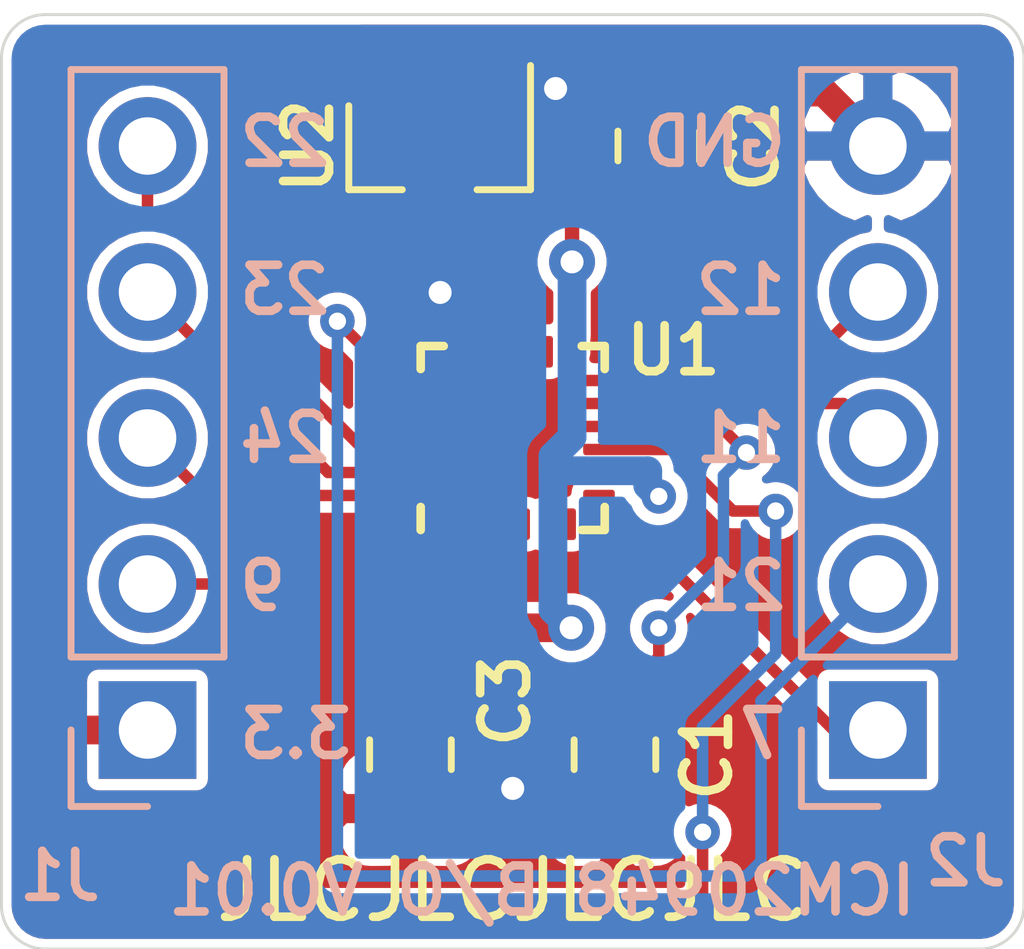
<source format=kicad_pcb>
(kicad_pcb (version 20171130) (host pcbnew "(5.1.6)-1")

  (general
    (thickness 1.6)
    (drawings 12)
    (tracks 112)
    (zones 0)
    (modules 7)
    (nets 24)
  )

  (page A4)
  (layers
    (0 F.Cu signal)
    (31 B.Cu signal)
    (32 B.Adhes user)
    (33 F.Adhes user)
    (34 B.Paste user)
    (35 F.Paste user)
    (36 B.SilkS user)
    (37 F.SilkS user)
    (38 B.Mask user)
    (39 F.Mask user)
    (40 Dwgs.User user)
    (41 Cmts.User user)
    (42 Eco1.User user)
    (43 Eco2.User user)
    (44 Edge.Cuts user)
    (45 Margin user)
    (46 B.CrtYd user)
    (47 F.CrtYd user)
    (48 B.Fab user hide)
    (49 F.Fab user hide)
  )

  (setup
    (last_trace_width 0.25)
    (user_trace_width 0.2)
    (user_trace_width 0.5)
    (trace_clearance 0.2)
    (zone_clearance 0.15)
    (zone_45_only no)
    (trace_min 0.15)
    (via_size 0.8)
    (via_drill 0.4)
    (via_min_size 0.3)
    (via_min_drill 0.3)
    (uvia_size 0.3)
    (uvia_drill 0.1)
    (uvias_allowed no)
    (uvia_min_size 0.2)
    (uvia_min_drill 0.1)
    (edge_width 0.05)
    (segment_width 0.2)
    (pcb_text_width 0.3)
    (pcb_text_size 1.5 1.5)
    (mod_edge_width 0.12)
    (mod_text_size 1 1)
    (mod_text_width 0.15)
    (pad_size 0.975 1.4)
    (pad_drill 0)
    (pad_to_mask_clearance 0.05)
    (aux_axis_origin 0 0)
    (visible_elements 7FFFFFFF)
    (pcbplotparams
      (layerselection 0x000c0_7ffffffe)
      (usegerberextensions false)
      (usegerberattributes true)
      (usegerberadvancedattributes true)
      (creategerberjobfile true)
      (excludeedgelayer true)
      (linewidth 0.100000)
      (plotframeref false)
      (viasonmask false)
      (mode 1)
      (useauxorigin false)
      (hpglpennumber 1)
      (hpglpenspeed 20)
      (hpglpendiameter 15.000000)
      (psnegative false)
      (psa4output false)
      (plotreference true)
      (plotvalue true)
      (plotinvisibletext false)
      (padsonsilk false)
      (subtractmaskfromsilk false)
      (outputformat 2)
      (mirror false)
      (drillshape 0)
      (scaleselection 1)
      (outputdirectory "tmp_msk/ps/"))
  )

  (net 0 "")
  (net 1 "Net-(C1-Pad2)")
  (net 2 GND)
  (net 3 "Net-(C2-Pad2)")
  (net 4 "Net-(J1-Pad2)")
  (net 5 "Net-(J1-Pad3)")
  (net 6 "Net-(J1-Pad4)")
  (net 7 "Net-(J2-Pad2)")
  (net 8 "Net-(J2-Pad1)")
  (net 9 "Net-(U1-Pad1)")
  (net 10 "Net-(U1-Pad2)")
  (net 11 "Net-(U1-Pad3)")
  (net 12 "Net-(U1-Pad4)")
  (net 13 "Net-(U1-Pad5)")
  (net 14 "Net-(U1-Pad6)")
  (net 15 "Net-(U1-Pad14)")
  (net 16 "Net-(U1-Pad15)")
  (net 17 "Net-(U1-Pad16)")
  (net 18 "Net-(U1-Pad17)")
  (net 19 "Net-(U1-Pad19)")
  (net 20 +3V3)
  (net 21 "Net-(J1-Pad5)")
  (net 22 INT1)
  (net 23 FSYNC)

  (net_class Default "This is the default net class."
    (clearance 0.2)
    (trace_width 0.25)
    (via_dia 0.8)
    (via_drill 0.4)
    (uvia_dia 0.3)
    (uvia_drill 0.1)
    (add_net +3V3)
    (add_net FSYNC)
    (add_net GND)
    (add_net INT1)
    (add_net "Net-(C1-Pad2)")
    (add_net "Net-(C2-Pad2)")
    (add_net "Net-(J1-Pad2)")
    (add_net "Net-(J1-Pad3)")
    (add_net "Net-(J1-Pad4)")
    (add_net "Net-(J1-Pad5)")
    (add_net "Net-(J2-Pad1)")
    (add_net "Net-(J2-Pad2)")
    (add_net "Net-(U1-Pad1)")
    (add_net "Net-(U1-Pad14)")
    (add_net "Net-(U1-Pad15)")
    (add_net "Net-(U1-Pad16)")
    (add_net "Net-(U1-Pad17)")
    (add_net "Net-(U1-Pad19)")
    (add_net "Net-(U1-Pad2)")
    (add_net "Net-(U1-Pad3)")
    (add_net "Net-(U1-Pad4)")
    (add_net "Net-(U1-Pad5)")
    (add_net "Net-(U1-Pad6)")
  )

  (module Capacitor_SMD:C_0805_2012Metric (layer F.Cu) (tedit 5B36C52B) (tstamp 5F2891AD)
    (at 147.828 77.8995 90)
    (descr "Capacitor SMD 0805 (2012 Metric), square (rectangular) end terminal, IPC_7351 nominal, (Body size source: https://docs.google.com/spreadsheets/d/1BsfQQcO9C6DZCsRaXUlFlo91Tg2WpOkGARC1WS5S8t0/edit?usp=sharing), generated with kicad-footprint-generator")
    (tags capacitor)
    (path /5F22448E)
    (attr smd)
    (fp_text reference C1 (at 0 1.6025 90) (layer F.SilkS)
      (effects (font (size 0.8 0.8) (thickness 0.15)))
    )
    (fp_text value 0.1uF (at -2.54 0.3325 180) (layer F.Fab)
      (effects (font (size 1 1) (thickness 0.15)))
    )
    (fp_line (start 1.68 0.95) (end -1.68 0.95) (layer F.CrtYd) (width 0.05))
    (fp_line (start 1.68 -0.95) (end 1.68 0.95) (layer F.CrtYd) (width 0.05))
    (fp_line (start -1.68 -0.95) (end 1.68 -0.95) (layer F.CrtYd) (width 0.05))
    (fp_line (start -1.68 0.95) (end -1.68 -0.95) (layer F.CrtYd) (width 0.05))
    (fp_line (start -0.258578 0.71) (end 0.258578 0.71) (layer F.SilkS) (width 0.12))
    (fp_line (start -0.258578 -0.71) (end 0.258578 -0.71) (layer F.SilkS) (width 0.12))
    (fp_line (start 1 0.6) (end -1 0.6) (layer F.Fab) (width 0.1))
    (fp_line (start 1 -0.6) (end 1 0.6) (layer F.Fab) (width 0.1))
    (fp_line (start -1 -0.6) (end 1 -0.6) (layer F.Fab) (width 0.1))
    (fp_line (start -1 0.6) (end -1 -0.6) (layer F.Fab) (width 0.1))
    (fp_text user %R (at 0 0 90) (layer F.Fab)
      (effects (font (size 0.5 0.5) (thickness 0.08)))
    )
    (pad 2 smd roundrect (at 0.9375 0 90) (size 0.975 1.4) (layers F.Cu F.Paste F.Mask) (roundrect_rratio 0.25)
      (net 1 "Net-(C1-Pad2)"))
    (pad 1 smd roundrect (at -0.9375 0 90) (size 0.975 1.4) (layers F.Cu F.Paste F.Mask) (roundrect_rratio 0.25)
      (net 2 GND))
    (model ${KISYS3DMOD}/Capacitor_SMD.3dshapes/C_0805_2012Metric.wrl
      (at (xyz 0 0 0))
      (scale (xyz 1 1 1))
      (rotate (xyz 0 0 0))
    )
  )

  (module Capacitor_SMD:C_0805_2012Metric (layer F.Cu) (tedit 5B36C52B) (tstamp 5F2891BE)
    (at 148.59 67.31 270)
    (descr "Capacitor SMD 0805 (2012 Metric), square (rectangular) end terminal, IPC_7351 nominal, (Body size source: https://docs.google.com/spreadsheets/d/1BsfQQcO9C6DZCsRaXUlFlo91Tg2WpOkGARC1WS5S8t0/edit?usp=sharing), generated with kicad-footprint-generator")
    (tags capacitor)
    (path /5F21F5C4)
    (attr smd)
    (fp_text reference C2 (at 0 -1.65 270) (layer F.SilkS)
      (effects (font (size 0.8 0.8) (thickness 0.15)))
    )
    (fp_text value 0.1uF (at -2.54 0 180) (layer F.Fab)
      (effects (font (size 1 1) (thickness 0.15)))
    )
    (fp_line (start -1 0.6) (end -1 -0.6) (layer F.Fab) (width 0.1))
    (fp_line (start -1 -0.6) (end 1 -0.6) (layer F.Fab) (width 0.1))
    (fp_line (start 1 -0.6) (end 1 0.6) (layer F.Fab) (width 0.1))
    (fp_line (start 1 0.6) (end -1 0.6) (layer F.Fab) (width 0.1))
    (fp_line (start -0.258578 -0.71) (end 0.258578 -0.71) (layer F.SilkS) (width 0.12))
    (fp_line (start -0.258578 0.71) (end 0.258578 0.71) (layer F.SilkS) (width 0.12))
    (fp_line (start -1.68 0.95) (end -1.68 -0.95) (layer F.CrtYd) (width 0.05))
    (fp_line (start -1.68 -0.95) (end 1.68 -0.95) (layer F.CrtYd) (width 0.05))
    (fp_line (start 1.68 -0.95) (end 1.68 0.95) (layer F.CrtYd) (width 0.05))
    (fp_line (start 1.68 0.95) (end -1.68 0.95) (layer F.CrtYd) (width 0.05))
    (fp_text user %R (at 0 0 90) (layer F.Fab)
      (effects (font (size 0.5 0.5) (thickness 0.08)))
    )
    (pad 1 smd roundrect (at -0.9375 0 270) (size 0.975 1.4) (layers F.Cu F.Paste F.Mask) (roundrect_rratio 0.25)
      (net 2 GND))
    (pad 2 smd roundrect (at 0.9375 0 270) (size 0.975 1.4) (layers F.Cu F.Paste F.Mask) (roundrect_rratio 0.25)
      (net 3 "Net-(C2-Pad2)"))
    (model ${KISYS3DMOD}/Capacitor_SMD.3dshapes/C_0805_2012Metric.wrl
      (at (xyz 0 0 0))
      (scale (xyz 1 1 1))
      (rotate (xyz 0 0 0))
    )
  )

  (module Capacitor_SMD:C_0805_2012Metric (layer F.Cu) (tedit 5B36C52B) (tstamp 5F293E62)
    (at 144.272 77.8995 270)
    (descr "Capacitor SMD 0805 (2012 Metric), square (rectangular) end terminal, IPC_7351 nominal, (Body size source: https://docs.google.com/spreadsheets/d/1BsfQQcO9C6DZCsRaXUlFlo91Tg2WpOkGARC1WS5S8t0/edit?usp=sharing), generated with kicad-footprint-generator")
    (tags capacitor)
    (path /5F2282EB)
    (attr smd)
    (fp_text reference C3 (at -0.9375 -1.65 90) (layer F.SilkS)
      (effects (font (size 0.8 0.8) (thickness 0.15)))
    )
    (fp_text value 0.1uF (at 2.54 0.3325 180) (layer F.Fab)
      (effects (font (size 1 1) (thickness 0.15)))
    )
    (fp_line (start -1 0.6) (end -1 -0.6) (layer F.Fab) (width 0.1))
    (fp_line (start -1 -0.6) (end 1 -0.6) (layer F.Fab) (width 0.1))
    (fp_line (start 1 -0.6) (end 1 0.6) (layer F.Fab) (width 0.1))
    (fp_line (start 1 0.6) (end -1 0.6) (layer F.Fab) (width 0.1))
    (fp_line (start -0.258578 -0.71) (end 0.258578 -0.71) (layer F.SilkS) (width 0.12))
    (fp_line (start -0.258578 0.71) (end 0.258578 0.71) (layer F.SilkS) (width 0.12))
    (fp_line (start -1.68 0.95) (end -1.68 -0.95) (layer F.CrtYd) (width 0.05))
    (fp_line (start -1.68 -0.95) (end 1.68 -0.95) (layer F.CrtYd) (width 0.05))
    (fp_line (start 1.68 -0.95) (end 1.68 0.95) (layer F.CrtYd) (width 0.05))
    (fp_line (start 1.68 0.95) (end -1.68 0.95) (layer F.CrtYd) (width 0.05))
    (fp_text user %R (at 0 0 90) (layer F.Fab)
      (effects (font (size 0.5 0.5) (thickness 0.08)))
    )
    (pad 1 smd roundrect (at -0.9375 0 270) (size 0.975 1.4) (layers F.Cu F.Paste F.Mask) (roundrect_rratio 0.25)
      (net 3 "Net-(C2-Pad2)"))
    (pad 2 smd roundrect (at 0.9375 0 270) (size 0.975 1.4) (layers F.Cu F.Paste F.Mask) (roundrect_rratio 0.25)
      (net 2 GND))
    (model ${KISYS3DMOD}/Capacitor_SMD.3dshapes/C_0805_2012Metric.wrl
      (at (xyz 0 0 0))
      (scale (xyz 1 1 1))
      (rotate (xyz 0 0 0))
    )
  )

  (module Connector_PinHeader_2.54mm:PinHeader_1x05_P2.54mm_Vertical (layer B.Cu) (tedit 59FED5CC) (tstamp 5F293B0B)
    (at 139.7 77.47)
    (descr "Through hole straight pin header, 1x05, 2.54mm pitch, single row")
    (tags "Through hole pin header THT 1x05 2.54mm single row")
    (path /5F2A03DD)
    (fp_text reference J1 (at -1.524 2.54) (layer B.SilkS)
      (effects (font (size 0.8 0.8) (thickness 0.15)) (justify mirror))
    )
    (fp_text value Conn_01x05_Male (at -2.54 -5.08 -270) (layer B.Fab)
      (effects (font (size 1 1) (thickness 0.15)) (justify mirror))
    )
    (fp_line (start -0.635 1.27) (end 1.27 1.27) (layer B.Fab) (width 0.1))
    (fp_line (start 1.27 1.27) (end 1.27 -11.43) (layer B.Fab) (width 0.1))
    (fp_line (start 1.27 -11.43) (end -1.27 -11.43) (layer B.Fab) (width 0.1))
    (fp_line (start -1.27 -11.43) (end -1.27 0.635) (layer B.Fab) (width 0.1))
    (fp_line (start -1.27 0.635) (end -0.635 1.27) (layer B.Fab) (width 0.1))
    (fp_line (start -1.33 -11.49) (end 1.33 -11.49) (layer B.SilkS) (width 0.12))
    (fp_line (start -1.33 -1.27) (end -1.33 -11.49) (layer B.SilkS) (width 0.12))
    (fp_line (start 1.33 -1.27) (end 1.33 -11.49) (layer B.SilkS) (width 0.12))
    (fp_line (start -1.33 -1.27) (end 1.33 -1.27) (layer B.SilkS) (width 0.12))
    (fp_line (start -1.33 0) (end -1.33 1.33) (layer B.SilkS) (width 0.12))
    (fp_line (start -1.33 1.33) (end 0 1.33) (layer B.SilkS) (width 0.12))
    (fp_line (start -1.8 1.8) (end -1.8 -11.95) (layer B.CrtYd) (width 0.05))
    (fp_line (start -1.8 -11.95) (end 1.8 -11.95) (layer B.CrtYd) (width 0.05))
    (fp_line (start 1.8 -11.95) (end 1.8 1.8) (layer B.CrtYd) (width 0.05))
    (fp_line (start 1.8 1.8) (end -1.8 1.8) (layer B.CrtYd) (width 0.05))
    (fp_text user %R (at 0 -5.08 -90) (layer B.Fab)
      (effects (font (size 1 1) (thickness 0.15)) (justify mirror))
    )
    (pad 1 thru_hole rect (at 0 0) (size 1.7 1.7) (drill 1) (layers *.Cu *.Mask)
      (net 20 +3V3))
    (pad 2 thru_hole oval (at 0 -2.54) (size 1.7 1.7) (drill 1) (layers *.Cu *.Mask)
      (net 4 "Net-(J1-Pad2)"))
    (pad 3 thru_hole oval (at 0 -5.08) (size 1.7 1.7) (drill 1) (layers *.Cu *.Mask)
      (net 5 "Net-(J1-Pad3)"))
    (pad 4 thru_hole oval (at 0 -7.62) (size 1.7 1.7) (drill 1) (layers *.Cu *.Mask)
      (net 6 "Net-(J1-Pad4)"))
    (pad 5 thru_hole oval (at 0 -10.16) (size 1.7 1.7) (drill 1) (layers *.Cu *.Mask)
      (net 21 "Net-(J1-Pad5)"))
    (model ${KISYS3DMOD}/Connector_PinHeader_2.54mm.3dshapes/PinHeader_1x05_P2.54mm_Vertical.wrl
      (at (xyz 0 0 0))
      (scale (xyz 1 1 1))
      (rotate (xyz 0 0 0))
    )
  )

  (module Connector_PinHeader_2.54mm:PinHeader_1x05_P2.54mm_Vertical (layer B.Cu) (tedit 59FED5CC) (tstamp 5F289201)
    (at 152.4 77.47)
    (descr "Through hole straight pin header, 1x05, 2.54mm pitch, single row")
    (tags "Through hole pin header THT 1x05 2.54mm single row")
    (path /5F29D9C2)
    (fp_text reference J2 (at 1.524 2.286) (layer B.SilkS)
      (effects (font (size 0.8 0.8) (thickness 0.15)) (justify mirror))
    )
    (fp_text value Conn_01x05_Male (at 2.54 -5.08 -90) (layer B.Fab)
      (effects (font (size 1 1) (thickness 0.15)) (justify mirror))
    )
    (fp_line (start 1.8 1.8) (end -1.8 1.8) (layer B.CrtYd) (width 0.05))
    (fp_line (start 1.8 -11.95) (end 1.8 1.8) (layer B.CrtYd) (width 0.05))
    (fp_line (start -1.8 -11.95) (end 1.8 -11.95) (layer B.CrtYd) (width 0.05))
    (fp_line (start -1.8 1.8) (end -1.8 -11.95) (layer B.CrtYd) (width 0.05))
    (fp_line (start -1.33 1.33) (end 0 1.33) (layer B.SilkS) (width 0.12))
    (fp_line (start -1.33 0) (end -1.33 1.33) (layer B.SilkS) (width 0.12))
    (fp_line (start -1.33 -1.27) (end 1.33 -1.27) (layer B.SilkS) (width 0.12))
    (fp_line (start 1.33 -1.27) (end 1.33 -11.49) (layer B.SilkS) (width 0.12))
    (fp_line (start -1.33 -1.27) (end -1.33 -11.49) (layer B.SilkS) (width 0.12))
    (fp_line (start -1.33 -11.49) (end 1.33 -11.49) (layer B.SilkS) (width 0.12))
    (fp_line (start -1.27 0.635) (end -0.635 1.27) (layer B.Fab) (width 0.1))
    (fp_line (start -1.27 -11.43) (end -1.27 0.635) (layer B.Fab) (width 0.1))
    (fp_line (start 1.27 -11.43) (end -1.27 -11.43) (layer B.Fab) (width 0.1))
    (fp_line (start 1.27 1.27) (end 1.27 -11.43) (layer B.Fab) (width 0.1))
    (fp_line (start -0.635 1.27) (end 1.27 1.27) (layer B.Fab) (width 0.1))
    (fp_text user %R (at 0 -5.08 -90) (layer B.Fab)
      (effects (font (size 1 1) (thickness 0.15)) (justify mirror))
    )
    (pad 5 thru_hole oval (at 0 -10.16) (size 1.7 1.7) (drill 1) (layers *.Cu *.Mask)
      (net 2 GND))
    (pad 4 thru_hole oval (at 0 -7.62) (size 1.7 1.7) (drill 1) (layers *.Cu *.Mask)
      (net 22 INT1))
    (pad 3 thru_hole oval (at 0 -5.08) (size 1.7 1.7) (drill 1) (layers *.Cu *.Mask)
      (net 23 FSYNC))
    (pad 2 thru_hole oval (at 0 -2.54) (size 1.7 1.7) (drill 1) (layers *.Cu *.Mask)
      (net 7 "Net-(J2-Pad2)"))
    (pad 1 thru_hole rect (at 0 0) (size 1.7 1.7) (drill 1) (layers *.Cu *.Mask)
      (net 8 "Net-(J2-Pad1)"))
    (model ${KISYS3DMOD}/Connector_PinHeader_2.54mm.3dshapes/PinHeader_1x05_P2.54mm_Vertical.wrl
      (at (xyz 0 0 0))
      (scale (xyz 1 1 1))
      (rotate (xyz 0 0 0))
    )
  )

  (module Sensor_Motion:InvenSense_QFN-24_3x3mm_P0.4mm (layer F.Cu) (tedit 5B5A6A65) (tstamp 5F28923C)
    (at 146.05 72.39 90)
    (descr "24-Lead Plastic QFN (3mm x 3mm); Pitch 0.4mm; EP 1.7x1.54mm; for InvenSense motion sensors; keepout area marked (Package see: https://store.invensense.com/datasheets/invensense/MPU9250REV1.0.pdf; See also https://www.invensense.com/wp-content/uploads/2015/02/InvenSense-MEMS-Handling.pdf)")
    (tags "QFN 0.4")
    (path /5F21E5FD)
    (attr smd)
    (fp_text reference U1 (at 1.524 2.794) (layer F.SilkS)
      (effects (font (size 0.8 0.8) (thickness 0.15)))
    )
    (fp_text value ICM-20948 (at 0 3.25 90) (layer F.Fab)
      (effects (font (size 1 1) (thickness 0.15)))
    )
    (fp_line (start -0.5 -1.5) (end 1.5 -1.5) (layer F.Fab) (width 0.15))
    (fp_line (start 1.5 -1.5) (end 1.5 1.5) (layer F.Fab) (width 0.15))
    (fp_line (start 1.5 1.5) (end -1.5 1.5) (layer F.Fab) (width 0.15))
    (fp_line (start -1.5 1.5) (end -1.5 -0.5) (layer F.Fab) (width 0.15))
    (fp_line (start -1.5 -0.5) (end -0.5 -1.5) (layer F.Fab) (width 0.15))
    (fp_line (start 2.05 -2.05) (end 2.05 2.05) (layer F.CrtYd) (width 0.05))
    (fp_line (start 2.05 2.05) (end -2.05 2.05) (layer F.CrtYd) (width 0.05))
    (fp_line (start -2.05 2.05) (end -2.05 -2.05) (layer F.CrtYd) (width 0.05))
    (fp_line (start -2.05 -2.05) (end 2.05 -2.05) (layer F.CrtYd) (width 0.05))
    (fp_line (start -1.6 1.6) (end -1.6 1.2) (layer F.SilkS) (width 0.15))
    (fp_line (start -1.6 1.6) (end -1.2 1.6) (layer F.SilkS) (width 0.15))
    (fp_line (start 1.6 1.6) (end 1.6 1.2) (layer F.SilkS) (width 0.15))
    (fp_line (start 1.6 1.6) (end 1.2 1.6) (layer F.SilkS) (width 0.15))
    (fp_line (start 1.6 -1.6) (end 1.6 -1.2) (layer F.SilkS) (width 0.15))
    (fp_line (start 1.6 -1.6) (end 1.2 -1.6) (layer F.SilkS) (width 0.15))
    (fp_line (start -1.6 -1.6) (end -1.2 -1.6) (layer F.SilkS) (width 0.15))
    (fp_line (start -0.875 -0.795) (end 0.875 -0.795) (layer Dwgs.User) (width 0.05))
    (fp_line (start -0.875 -0.795) (end -0.875 0.795) (layer Dwgs.User) (width 0.05))
    (fp_line (start -0.875 0.795) (end 0.875 0.795) (layer Dwgs.User) (width 0.05))
    (fp_line (start 0.875 -0.795) (end 0.875 0.795) (layer Dwgs.User) (width 0.05))
    (fp_line (start 0.875 0.295) (end 0.375 0.795) (layer Dwgs.User) (width 0.05))
    (fp_line (start 0.875 -0.205) (end -0.125 0.795) (layer Dwgs.User) (width 0.05))
    (fp_line (start 0.875 -0.705) (end -0.625 0.795) (layer Dwgs.User) (width 0.05))
    (fp_line (start 0.465 -0.795) (end -0.875 0.545) (layer Dwgs.User) (width 0.05))
    (fp_line (start -0.035 -0.795) (end -0.875 0.045) (layer Dwgs.User) (width 0.05))
    (fp_line (start -0.535 -0.795) (end -0.875 -0.455) (layer Dwgs.User) (width 0.05))
    (fp_text user %R (at 0 0 90) (layer F.Fab)
      (effects (font (size 0.7 0.7) (thickness 0.105)))
    )
    (fp_text user KEEPOUT (at 0 -0.5 90) (layer Cmts.User)
      (effects (font (size 0.2 0.2) (thickness 0.04)))
    )
    (fp_text user "No Copper" (at 0 -0.1 90) (layer Cmts.User)
      (effects (font (size 0.2 0.2) (thickness 0.04)))
    )
    (fp_text user "Directly Below" (at 0 0.25 90) (layer Cmts.User)
      (effects (font (size 0.2 0.2) (thickness 0.04)))
    )
    (fp_text user Component (at 0 0.55 90) (layer Cmts.User)
      (effects (font (size 0.2 0.2) (thickness 0.04)))
    )
    (pad 1 smd roundrect (at -1.5 -1 90) (size 0.55 0.2) (layers F.Cu F.Paste F.Mask) (roundrect_rratio 0.25)
      (net 9 "Net-(U1-Pad1)"))
    (pad 2 smd roundrect (at -1.5 -0.6 90) (size 0.55 0.2) (layers F.Cu F.Paste F.Mask) (roundrect_rratio 0.25)
      (net 10 "Net-(U1-Pad2)"))
    (pad 3 smd roundrect (at -1.5 -0.2 90) (size 0.55 0.2) (layers F.Cu F.Paste F.Mask) (roundrect_rratio 0.25)
      (net 11 "Net-(U1-Pad3)"))
    (pad 4 smd roundrect (at -1.5 0.2 90) (size 0.55 0.2) (layers F.Cu F.Paste F.Mask) (roundrect_rratio 0.25)
      (net 12 "Net-(U1-Pad4)"))
    (pad 5 smd roundrect (at -1.5 0.6 90) (size 0.55 0.2) (layers F.Cu F.Paste F.Mask) (roundrect_rratio 0.25)
      (net 13 "Net-(U1-Pad5)"))
    (pad 6 smd roundrect (at -1.5 1 90) (size 0.55 0.2) (layers F.Cu F.Paste F.Mask) (roundrect_rratio 0.25)
      (net 14 "Net-(U1-Pad6)"))
    (pad 7 smd roundrect (at -1 1.5 180) (size 0.55 0.2) (layers F.Cu F.Paste F.Mask) (roundrect_rratio 0.25)
      (net 8 "Net-(J2-Pad1)"))
    (pad 8 smd roundrect (at -0.6 1.5 180) (size 0.55 0.2) (layers F.Cu F.Paste F.Mask) (roundrect_rratio 0.25)
      (net 3 "Net-(C2-Pad2)"))
    (pad 9 smd roundrect (at -0.2 1.5 180) (size 0.55 0.2) (layers F.Cu F.Paste F.Mask) (roundrect_rratio 0.25)
      (net 4 "Net-(J1-Pad2)"))
    (pad 10 smd roundrect (at 0.2 1.5 180) (size 0.55 0.2) (layers F.Cu F.Paste F.Mask) (roundrect_rratio 0.25)
      (net 1 "Net-(C1-Pad2)"))
    (pad 11 smd roundrect (at 0.6 1.5 180) (size 0.55 0.2) (layers F.Cu F.Paste F.Mask) (roundrect_rratio 0.25)
      (net 23 FSYNC))
    (pad 12 smd roundrect (at 1 1.5 180) (size 0.55 0.2) (layers F.Cu F.Paste F.Mask) (roundrect_rratio 0.25)
      (net 22 INT1))
    (pad 13 smd roundrect (at 1.5 1 90) (size 0.55 0.2) (layers F.Cu F.Paste F.Mask) (roundrect_rratio 0.25)
      (net 3 "Net-(C2-Pad2)"))
    (pad 14 smd roundrect (at 1.5 0.6 90) (size 0.55 0.2) (layers F.Cu F.Paste F.Mask) (roundrect_rratio 0.25)
      (net 15 "Net-(U1-Pad14)"))
    (pad 15 smd roundrect (at 1.5 0.2 90) (size 0.55 0.2) (layers F.Cu F.Paste F.Mask) (roundrect_rratio 0.25)
      (net 16 "Net-(U1-Pad15)"))
    (pad 16 smd roundrect (at 1.5 -0.2 90) (size 0.55 0.2) (layers F.Cu F.Paste F.Mask) (roundrect_rratio 0.25)
      (net 17 "Net-(U1-Pad16)"))
    (pad 17 smd roundrect (at 1.5 -0.6 90) (size 0.55 0.2) (layers F.Cu F.Paste F.Mask) (roundrect_rratio 0.25)
      (net 18 "Net-(U1-Pad17)"))
    (pad 18 smd roundrect (at 1.5 -1 90) (size 0.55 0.2) (layers F.Cu F.Paste F.Mask) (roundrect_rratio 0.25)
      (net 2 GND))
    (pad 19 smd roundrect (at 1 -1.5 180) (size 0.55 0.2) (layers F.Cu F.Paste F.Mask) (roundrect_rratio 0.25)
      (net 19 "Net-(U1-Pad19)"))
    (pad 20 smd roundrect (at 0.6 -1.5 180) (size 0.55 0.2) (layers F.Cu F.Paste F.Mask) (roundrect_rratio 0.25)
      (net 2 GND))
    (pad 21 smd roundrect (at 0.2 -1.5 180) (size 0.55 0.2) (layers F.Cu F.Paste F.Mask) (roundrect_rratio 0.25)
      (net 7 "Net-(J2-Pad2)"))
    (pad 22 smd roundrect (at -0.2 -1.5 180) (size 0.55 0.2) (layers F.Cu F.Paste F.Mask) (roundrect_rratio 0.25)
      (net 21 "Net-(J1-Pad5)"))
    (pad 23 smd roundrect (at -0.6 -1.5 180) (size 0.55 0.2) (layers F.Cu F.Paste F.Mask) (roundrect_rratio 0.25)
      (net 6 "Net-(J1-Pad4)"))
    (pad 24 smd roundrect (at -1 -1.5 180) (size 0.55 0.2) (layers F.Cu F.Paste F.Mask) (roundrect_rratio 0.25)
      (net 5 "Net-(J1-Pad3)"))
    (model ${KISYS3DMOD}/Package_DFN_QFN.3dshapes/QFN-24_3x3mm_P0.4mm_EP1.7x1.54mm.wrl
      (at (xyz 0 0 0))
      (scale (xyz 1 1 1))
      (rotate (xyz 0 0 0))
    )
  )

  (module Package_TO_SOT_SMD:SOT-23 (layer F.Cu) (tedit 5A02FF57) (tstamp 5F289251)
    (at 144.78 67.31 270)
    (descr "SOT-23, Standard")
    (tags SOT-23)
    (path /5F288FEA)
    (attr smd)
    (fp_text reference U2 (at 0 2.286 270) (layer F.SilkS)
      (effects (font (size 0.8 0.8) (thickness 0.15)))
    )
    (fp_text value TPS7A0518PDBZR (at 0 2.5 90) (layer F.Fab)
      (effects (font (size 1 1) (thickness 0.15)))
    )
    (fp_line (start -0.7 -0.95) (end -0.7 1.5) (layer F.Fab) (width 0.1))
    (fp_line (start -0.15 -1.52) (end 0.7 -1.52) (layer F.Fab) (width 0.1))
    (fp_line (start -0.7 -0.95) (end -0.15 -1.52) (layer F.Fab) (width 0.1))
    (fp_line (start 0.7 -1.52) (end 0.7 1.52) (layer F.Fab) (width 0.1))
    (fp_line (start -0.7 1.52) (end 0.7 1.52) (layer F.Fab) (width 0.1))
    (fp_line (start 0.76 1.58) (end 0.76 0.65) (layer F.SilkS) (width 0.12))
    (fp_line (start 0.76 -1.58) (end 0.76 -0.65) (layer F.SilkS) (width 0.12))
    (fp_line (start -1.7 -1.75) (end 1.7 -1.75) (layer F.CrtYd) (width 0.05))
    (fp_line (start 1.7 -1.75) (end 1.7 1.75) (layer F.CrtYd) (width 0.05))
    (fp_line (start 1.7 1.75) (end -1.7 1.75) (layer F.CrtYd) (width 0.05))
    (fp_line (start -1.7 1.75) (end -1.7 -1.75) (layer F.CrtYd) (width 0.05))
    (fp_line (start 0.76 -1.58) (end -1.4 -1.58) (layer F.SilkS) (width 0.12))
    (fp_line (start 0.76 1.58) (end -0.7 1.58) (layer F.SilkS) (width 0.12))
    (fp_text user %R (at 0 0) (layer F.Fab)
      (effects (font (size 0.5 0.5) (thickness 0.075)))
    )
    (pad 1 smd rect (at -1 -0.95 270) (size 0.9 0.8) (layers F.Cu F.Paste F.Mask)
      (net 2 GND))
    (pad 2 smd rect (at -1 0.95 270) (size 0.9 0.8) (layers F.Cu F.Paste F.Mask)
      (net 20 +3V3))
    (pad 3 smd rect (at 1 0 270) (size 0.9 0.8) (layers F.Cu F.Paste F.Mask)
      (net 3 "Net-(C2-Pad2)"))
    (model ${KISYS3DMOD}/Package_TO_SOT_SMD.3dshapes/SOT-23.wrl
      (at (xyz 0 0 0))
      (scale (xyz 1 1 1))
      (rotate (xyz 0 0 0))
    )
  )

  (gr_text JLCJLCJLCJLC (at 146.05 80.264) (layer F.SilkS)
    (effects (font (size 1 1) (thickness 0.15)))
  )
  (gr_text "ICM20948 B/O V0.01" (at 146.558 80.264) (layer B.SilkS)
    (effects (font (size 0.8 0.8) (thickness 0.15)) (justify mirror))
  )
  (gr_text "22\n\n23\n\n24\n\n9\n\n3.3" (at 141.224 72.39) (layer B.SilkS)
    (effects (font (size 0.8 0.8) (thickness 0.15)) (justify right mirror))
  )
  (gr_text "GND\n\n12\n\n11\n\n21\n\n7" (at 150.876 72.39) (layer B.SilkS) (tstamp 5F295D7C)
    (effects (font (size 0.8 0.8) (thickness 0.15)) (justify left mirror))
  )
  (gr_line (start 137.922 81.28) (end 154.178 81.28) (layer Edge.Cuts) (width 0.05))
  (gr_arc (start 137.922 80.518) (end 137.16 80.518) (angle -90) (layer Edge.Cuts) (width 0.05))
  (gr_line (start 137.16 65.786) (end 137.16 80.518) (layer Edge.Cuts) (width 0.05))
  (gr_arc (start 154.178 80.518) (end 154.178 81.28) (angle -90) (layer Edge.Cuts) (width 0.05))
  (gr_arc (start 137.922 65.786) (end 137.922 65.024) (angle -90) (layer Edge.Cuts) (width 0.05))
  (gr_arc (start 154.178 65.786) (end 154.94 65.786) (angle -90) (layer Edge.Cuts) (width 0.05))
  (gr_line (start 154.94 80.518) (end 154.94 65.786) (layer Edge.Cuts) (width 0.05) (tstamp 5F295085))
  (gr_line (start 154.178 65.024) (end 137.922 65.024) (layer Edge.Cuts) (width 0.05))

  (segment (start 147.55 72.19) (end 149.66 72.19) (width 0.2) (layer F.Cu) (net 1))
  (segment (start 149.66 72.19) (end 150.114 72.644) (width 0.2) (layer F.Cu) (net 1))
  (segment (start 150.114 72.644) (end 150.114 72.644) (width 0.2) (layer F.Cu) (net 1) (tstamp 5F2954F7))
  (via (at 150.114 72.644) (size 0.6) (drill 0.3) (layers F.Cu B.Cu) (net 1) (tstamp 5F295D85))
  (segment (start 149.714001 73.043999) (end 149.714001 74.567999) (width 0.2) (layer B.Cu) (net 1) (tstamp 5F295D7F))
  (segment (start 150.114 72.644) (end 149.714001 73.043999) (width 0.2) (layer B.Cu) (net 1) (tstamp 5F295D82))
  (segment (start 149.714001 74.567999) (end 148.59 75.692) (width 0.2) (layer B.Cu) (net 1))
  (segment (start 148.59 75.692) (end 148.59 75.692) (width 0.2) (layer B.Cu) (net 1) (tstamp 5F295517))
  (via (at 148.59 75.692) (size 0.6) (drill 0.3) (layers F.Cu B.Cu) (net 1))
  (segment (start 148.59 76.2) (end 147.828 76.962) (width 0.2) (layer F.Cu) (net 1))
  (segment (start 148.59 75.692) (end 148.59 76.2) (width 0.2) (layer F.Cu) (net 1))
  (via (at 146.05 78.486) (size 0.8) (drill 0.4) (layers F.Cu B.Cu) (net 2))
  (segment (start 144.272 78.837) (end 144.623 78.837) (width 0.25) (layer F.Cu) (net 2))
  (segment (start 147.828 78.837) (end 147.477 78.837) (width 0.25) (layer F.Cu) (net 2))
  (segment (start 148.5275 66.31) (end 148.59 66.3725) (width 0.5) (layer F.Cu) (net 2))
  (segment (start 145.73 66.31) (end 146.796 66.31) (width 0.5) (layer F.Cu) (net 2))
  (segment (start 151.4625 66.3725) (end 152.4 67.31) (width 0.5) (layer F.Cu) (net 2))
  (segment (start 148.59 66.3725) (end 151.4625 66.3725) (width 0.5) (layer F.Cu) (net 2))
  (segment (start 144.18 71.79) (end 144.55 71.79) (width 0.2) (layer F.Cu) (net 2))
  (segment (start 143.97499 71.58499) (end 144.18 71.79) (width 0.2) (layer F.Cu) (net 2))
  (segment (start 143.97499 71.19502) (end 143.97499 71.58499) (width 0.2) (layer F.Cu) (net 2))
  (segment (start 144.28001 70.89) (end 143.97499 71.19502) (width 0.2) (layer F.Cu) (net 2))
  (segment (start 145.05 70.89) (end 144.28001 70.89) (width 0.2) (layer F.Cu) (net 2))
  (segment (start 144.28001 70.89) (end 144.28001 70.36601) (width 0.2) (layer F.Cu) (net 2))
  (segment (start 144.28001 70.36601) (end 144.78801 69.85801) (width 0.2) (layer F.Cu) (net 2))
  (segment (start 144.78801 69.85801) (end 144.79602 69.85) (width 0.2) (layer F.Cu) (net 2) (tstamp 5F29466B))
  (via (at 144.78801 69.85801) (size 0.8) (drill 0.4) (layers F.Cu B.Cu) (net 2))
  (segment (start 146.796 66.31) (end 148.5275 66.31) (width 0.5) (layer F.Cu) (net 2) (tstamp 5F29468B))
  (via (at 146.796 66.31) (size 0.8) (drill 0.4) (layers F.Cu B.Cu) (net 2))
  (segment (start 146.796 67.85002) (end 144.78801 69.85801) (width 0.5) (layer B.Cu) (net 2))
  (segment (start 146.796 66.31) (end 146.796 67.85002) (width 0.5) (layer B.Cu) (net 2))
  (segment (start 144.78801 69.85801) (end 145.55001 69.85801) (width 0.5) (layer B.Cu) (net 2))
  (segment (start 145.55001 69.85801) (end 146.05 70.358) (width 0.5) (layer B.Cu) (net 2))
  (segment (start 146.05 70.358) (end 146.05 78.486) (width 0.5) (layer B.Cu) (net 2))
  (segment (start 147.477 78.486) (end 147.828 78.837) (width 0.5) (layer F.Cu) (net 2))
  (segment (start 146.05 78.486) (end 147.477 78.486) (width 0.5) (layer F.Cu) (net 2))
  (segment (start 144.623 78.486) (end 144.272 78.837) (width 0.5) (layer F.Cu) (net 2))
  (segment (start 146.05 78.486) (end 144.623 78.486) (width 0.5) (layer F.Cu) (net 2))
  (segment (start 148.5275 68.31) (end 148.59 68.2475) (width 0.5) (layer F.Cu) (net 3))
  (segment (start 147.07501 70.60299) (end 147.07501 70.89) (width 0.25) (layer F.Cu) (net 3))
  (segment (start 147.082 70.596) (end 147.07501 70.60299) (width 0.25) (layer F.Cu) (net 3))
  (segment (start 147.082 68.31) (end 147.082 69.326) (width 0.25) (layer F.Cu) (net 3))
  (segment (start 147.082 68.31) (end 148.5275 68.31) (width 0.5) (layer F.Cu) (net 3))
  (segment (start 144.78 68.31) (end 147.082 68.31) (width 0.5) (layer F.Cu) (net 3))
  (segment (start 147.082 69.326) (end 147.082 70.596) (width 0.25) (layer F.Cu) (net 3) (tstamp 5F294998))
  (via (at 147.082 69.326) (size 0.8) (drill 0.4) (layers F.Cu B.Cu) (net 3))
  (segment (start 147.082 69.326) (end 147.082 71.39) (width 0.5) (layer B.Cu) (net 3))
  (segment (start 147.082 72.374) (end 146.75001 72.70599) (width 0.5) (layer B.Cu) (net 3))
  (segment (start 147.082 71.39) (end 147.082 72.374) (width 0.5) (layer B.Cu) (net 3))
  (segment (start 146.75001 75.37601) (end 147.066 75.692) (width 0.5) (layer B.Cu) (net 3))
  (segment (start 147.066 75.692) (end 147.066 75.692) (width 0.5) (layer B.Cu) (net 3) (tstamp 5F294A7B))
  (via (at 147.066 75.692) (size 0.8) (drill 0.4) (layers F.Cu B.Cu) (net 3))
  (segment (start 145.542 75.692) (end 144.272 76.962) (width 0.5) (layer F.Cu) (net 3))
  (segment (start 147.066 75.692) (end 145.542 75.692) (width 0.5) (layer F.Cu) (net 3))
  (segment (start 147.55 72.99) (end 148.428 72.99) (width 0.2) (layer F.Cu) (net 3))
  (segment (start 148.428 72.99) (end 148.428 72.99) (width 0.2) (layer F.Cu) (net 3) (tstamp 5F294AB9))
  (segment (start 146.75001 72.95999) (end 146.75001 75.37601) (width 0.5) (layer B.Cu) (net 3))
  (segment (start 146.75001 72.95999) (end 148.39799 72.95999) (width 0.5) (layer B.Cu) (net 3))
  (segment (start 146.75001 72.70599) (end 146.75001 72.95999) (width 0.5) (layer B.Cu) (net 3))
  (segment (start 148.39799 72.95999) (end 148.39799 73.21399) (width 0.5) (layer B.Cu) (net 3) (tstamp 5F295D76))
  (segment (start 148.39799 73.21399) (end 148.59 73.406) (width 0.5) (layer B.Cu) (net 3) (tstamp 5F295D73))
  (segment (start 148.59 73.406) (end 148.59 73.406) (width 0.5) (layer B.Cu) (net 3) (tstamp 5F295D79))
  (via (at 148.59 73.406) (size 0.6) (drill 0.3) (layers F.Cu B.Cu) (net 3) (tstamp 5F295D6D))
  (segment (start 148.428 73.244) (end 148.59 73.406) (width 0.2) (layer F.Cu) (net 3))
  (segment (start 148.428 72.99) (end 148.428 73.244) (width 0.2) (layer F.Cu) (net 3))
  (segment (start 139.7 74.93) (end 142.24 74.93) (width 0.2) (layer F.Cu) (net 4))
  (segment (start 142.24 74.93) (end 142.24 80.518) (width 0.2) (layer F.Cu) (net 4))
  (segment (start 142.24 80.518) (end 149.352 80.518) (width 0.2) (layer F.Cu) (net 4))
  (segment (start 149.352 80.518) (end 149.352 79.248) (width 0.2) (layer F.Cu) (net 4))
  (via (at 149.352 79.248) (size 0.6) (drill 0.3) (layers F.Cu B.Cu) (net 4))
  (via (at 150.622 73.66) (size 0.6) (drill 0.3) (layers F.Cu B.Cu) (net 4) (tstamp 5F295D70))
  (segment (start 148.593699 72.59) (end 147.55 72.59) (width 0.2) (layer F.Cu) (net 4))
  (segment (start 149.352 77.412302) (end 149.352 79.248) (width 0.2) (layer B.Cu) (net 4))
  (segment (start 150.622 76.142302) (end 149.352 77.412302) (width 0.2) (layer B.Cu) (net 4))
  (segment (start 150.622 76.142302) (end 150.622 73.66) (width 0.2) (layer B.Cu) (net 4))
  (segment (start 149.880002 73.66) (end 150.622 73.66) (width 0.2) (layer F.Cu) (net 4))
  (segment (start 148.810002 72.59) (end 149.880002 73.66) (width 0.2) (layer F.Cu) (net 4))
  (segment (start 148.593699 72.59) (end 148.810002 72.59) (width 0.2) (layer F.Cu) (net 4))
  (segment (start 140.70001 73.39001) (end 144.55 73.39001) (width 0.2) (layer F.Cu) (net 5))
  (segment (start 139.7 72.39) (end 140.70001 73.39001) (width 0.2) (layer F.Cu) (net 5))
  (segment (start 139.7 69.85) (end 142.84 72.99) (width 0.2) (layer F.Cu) (net 6))
  (segment (start 142.84 72.99) (end 144.55 72.99) (width 0.2) (layer F.Cu) (net 6))
  (segment (start 152.4 74.93) (end 150.368 76.962) (width 0.2) (layer B.Cu) (net 7))
  (segment (start 150.368 76.962) (end 150.368 79.756) (width 0.2) (layer B.Cu) (net 7))
  (segment (start 150.368 79.756) (end 150.114 80.01) (width 0.2) (layer B.Cu) (net 7))
  (segment (start 150.114 80.01) (end 143.002 80.01) (width 0.2) (layer B.Cu) (net 7))
  (segment (start 143.002 80.01) (end 143.002 70.358) (width 0.2) (layer B.Cu) (net 7))
  (segment (start 143.002 70.358) (end 143.002 70.358) (width 0.2) (layer B.Cu) (net 7) (tstamp 5F294DF1))
  (via (at 143.002 70.358) (size 0.6) (drill 0.3) (layers F.Cu B.Cu) (net 7))
  (segment (start 143.002 70.358) (end 143.002 70.358) (width 0.2) (layer B.Cu) (net 7) (tstamp 5F294DF3))
  (segment (start 144.014301 72.19) (end 144.55 72.19) (width 0.2) (layer F.Cu) (net 7))
  (segment (start 143.57498 71.750679) (end 144.014301 72.19) (width 0.2) (layer F.Cu) (net 7))
  (segment (start 143.002 70.358) (end 143.57498 70.93098) (width 0.2) (layer F.Cu) (net 7))
  (segment (start 143.57498 70.93098) (end 143.57498 71.750679) (width 0.2) (layer F.Cu) (net 7))
  (segment (start 151.63 77.47) (end 147.55 73.39) (width 0.2) (layer F.Cu) (net 8))
  (segment (start 152.4 77.47) (end 151.63 77.47) (width 0.2) (layer F.Cu) (net 8))
  (segment (start 139.7 77.47) (end 137.922 77.47) (width 0.5) (layer F.Cu) (net 20))
  (segment (start 137.922 77.47) (end 137.922 65.786) (width 0.5) (layer F.Cu) (net 20))
  (segment (start 143.306 65.786) (end 143.83 66.31) (width 0.5) (layer F.Cu) (net 20))
  (segment (start 137.922 65.786) (end 143.306 65.786) (width 0.5) (layer F.Cu) (net 20))
  (segment (start 139.7 67.31) (end 139.7 67.818) (width 0.2) (layer F.Cu) (net 21))
  (segment (start 139.7 68.58) (end 139.7 67.31) (width 0.2) (layer F.Cu) (net 21))
  (segment (start 143.456 72.59) (end 141.224 70.358) (width 0.2) (layer F.Cu) (net 21))
  (segment (start 141.224 70.358) (end 141.224 68.834) (width 0.2) (layer F.Cu) (net 21))
  (segment (start 144.55 72.59) (end 143.456 72.59) (width 0.2) (layer F.Cu) (net 21))
  (segment (start 141.224 68.834) (end 140.97 68.58) (width 0.2) (layer F.Cu) (net 21))
  (segment (start 140.97 68.58) (end 139.7 68.58) (width 0.2) (layer F.Cu) (net 21))
  (segment (start 150.86 71.39) (end 152.4 69.85) (width 0.2) (layer F.Cu) (net 22))
  (segment (start 147.55 71.39) (end 150.86 71.39) (width 0.2) (layer F.Cu) (net 22))
  (segment (start 152.4 72.39) (end 151.892 72.39) (width 0.25) (layer F.Cu) (net 23))
  (segment (start 151.8 71.79) (end 152.4 72.39) (width 0.2) (layer F.Cu) (net 23))
  (segment (start 147.55 71.79) (end 151.8 71.79) (width 0.2) (layer F.Cu) (net 23))

  (zone (net 2) (net_name GND) (layer F.Cu) (tstamp 0) (hatch edge 0.508)
    (connect_pads (clearance 0.15))
    (min_thickness 0.15)
    (fill yes (arc_segments 32) (thermal_gap 0.508) (thermal_bridge_width 0.508))
    (polygon
      (pts
        (xy 154.94 81.28) (xy 137.16 81.28) (xy 137.16 64.77) (xy 154.94 64.77)
      )
    )
    (filled_polygon
      (pts
        (xy 154.277215 65.284927) (xy 154.372652 65.313741) (xy 154.460675 65.360544) (xy 154.537925 65.423548) (xy 154.601475 65.500366)
        (xy 154.648888 65.588055) (xy 154.678369 65.683292) (xy 154.690001 65.793968) (xy 154.69 80.505771) (xy 154.679073 80.617215)
        (xy 154.65026 80.712649) (xy 154.603456 80.800675) (xy 154.54045 80.877928) (xy 154.463634 80.941475) (xy 154.375944 80.988889)
        (xy 154.280713 81.018367) (xy 154.170041 81.03) (xy 137.934229 81.03) (xy 137.822785 81.019073) (xy 137.727351 80.99026)
        (xy 137.639325 80.943456) (xy 137.562072 80.88045) (xy 137.498525 80.803634) (xy 137.451111 80.715944) (xy 137.421633 80.620713)
        (xy 137.41 80.510041) (xy 137.41 77.590729) (xy 137.434617 77.671881) (xy 137.469128 77.736447) (xy 137.483367 77.763086)
        (xy 137.548973 77.843027) (xy 137.628914 77.908633) (xy 137.720119 77.957383) (xy 137.819082 77.987403) (xy 137.922 77.99754)
        (xy 137.947788 77.995) (xy 138.57367 77.995) (xy 138.57367 78.32) (xy 138.57898 78.373909) (xy 138.594704 78.425747)
        (xy 138.62024 78.473521) (xy 138.654605 78.515395) (xy 138.696479 78.54976) (xy 138.744253 78.575296) (xy 138.796091 78.59102)
        (xy 138.85 78.59633) (xy 140.55 78.59633) (xy 140.603909 78.59102) (xy 140.655747 78.575296) (xy 140.703521 78.54976)
        (xy 140.745395 78.515395) (xy 140.77976 78.473521) (xy 140.805296 78.425747) (xy 140.82102 78.373909) (xy 140.82633 78.32)
        (xy 140.82633 76.62) (xy 140.82102 76.566091) (xy 140.805296 76.514253) (xy 140.77976 76.466479) (xy 140.745395 76.424605)
        (xy 140.703521 76.39024) (xy 140.655747 76.364704) (xy 140.603909 76.34898) (xy 140.55 76.34367) (xy 138.85 76.34367)
        (xy 138.796091 76.34898) (xy 138.744253 76.364704) (xy 138.696479 76.39024) (xy 138.654605 76.424605) (xy 138.62024 76.466479)
        (xy 138.594704 76.514253) (xy 138.57898 76.566091) (xy 138.57367 76.62) (xy 138.57367 76.945) (xy 138.447 76.945)
        (xy 138.447 74.819197) (xy 138.575 74.819197) (xy 138.575 75.040803) (xy 138.618233 75.25815) (xy 138.703038 75.462887)
        (xy 138.826156 75.647145) (xy 138.982855 75.803844) (xy 139.167113 75.926962) (xy 139.37185 76.011767) (xy 139.589197 76.055)
        (xy 139.810803 76.055) (xy 140.02815 76.011767) (xy 140.232887 75.926962) (xy 140.417145 75.803844) (xy 140.573844 75.647145)
        (xy 140.696962 75.462887) (xy 140.762361 75.305) (xy 141.865 75.305) (xy 141.865001 80.499571) (xy 141.863186 80.518)
        (xy 141.870426 80.591513) (xy 141.891869 80.6622) (xy 141.926691 80.727347) (xy 141.973552 80.784448) (xy 142.030653 80.831309)
        (xy 142.0958 80.866131) (xy 142.166487 80.887574) (xy 142.221581 80.893) (xy 142.24 80.894814) (xy 142.258419 80.893)
        (xy 149.333581 80.893) (xy 149.352 80.894814) (xy 149.370419 80.893) (xy 149.425513 80.887574) (xy 149.4962 80.866131)
        (xy 149.561347 80.831309) (xy 149.618448 80.784448) (xy 149.665309 80.727347) (xy 149.700131 80.6622) (xy 149.721574 80.591513)
        (xy 149.723987 80.567008) (xy 149.727 80.536419) (xy 149.727 80.536418) (xy 149.728814 80.518) (xy 149.727 80.499581)
        (xy 149.727 79.686173) (xy 149.798632 79.614541) (xy 149.861558 79.520365) (xy 149.904903 79.415721) (xy 149.927 79.304633)
        (xy 149.927 79.191367) (xy 149.904903 79.080279) (xy 149.861558 78.975635) (xy 149.798632 78.881459) (xy 149.718541 78.801368)
        (xy 149.624365 78.738442) (xy 149.519721 78.695097) (xy 149.408633 78.673) (xy 149.295367 78.673) (xy 149.184279 78.695097)
        (xy 149.111 78.72545) (xy 149.111 78.657998) (xy 148.965252 78.657998) (xy 149.111 78.51225) (xy 149.113821 78.3495)
        (xy 149.102565 78.235212) (xy 149.069228 78.125316) (xy 149.015092 78.024035) (xy 148.942238 77.935262) (xy 148.853465 77.862408)
        (xy 148.752184 77.808272) (xy 148.642288 77.774935) (xy 148.528 77.763679) (xy 148.15275 77.7665) (xy 148.007 77.91225)
        (xy 148.007 78.658) (xy 148.027 78.658) (xy 148.027 79.016) (xy 148.007 79.016) (xy 148.007 79.76175)
        (xy 148.15275 79.9075) (xy 148.528 79.910321) (xy 148.642288 79.899065) (xy 148.752184 79.865728) (xy 148.853465 79.811592)
        (xy 148.942238 79.738738) (xy 148.977001 79.69638) (xy 148.977 80.143) (xy 142.615 80.143) (xy 142.615 79.3245)
        (xy 142.986179 79.3245) (xy 142.997435 79.438788) (xy 143.030772 79.548684) (xy 143.084908 79.649965) (xy 143.157762 79.738738)
        (xy 143.246535 79.811592) (xy 143.347816 79.865728) (xy 143.457712 79.899065) (xy 143.572 79.910321) (xy 143.94725 79.9075)
        (xy 144.093 79.76175) (xy 144.093 79.016) (xy 144.451 79.016) (xy 144.451 79.76175) (xy 144.59675 79.9075)
        (xy 144.972 79.910321) (xy 145.086288 79.899065) (xy 145.196184 79.865728) (xy 145.297465 79.811592) (xy 145.386238 79.738738)
        (xy 145.459092 79.649965) (xy 145.513228 79.548684) (xy 145.546565 79.438788) (xy 145.557821 79.3245) (xy 146.542179 79.3245)
        (xy 146.553435 79.438788) (xy 146.586772 79.548684) (xy 146.640908 79.649965) (xy 146.713762 79.738738) (xy 146.802535 79.811592)
        (xy 146.903816 79.865728) (xy 147.013712 79.899065) (xy 147.128 79.910321) (xy 147.50325 79.9075) (xy 147.649 79.76175)
        (xy 147.649 79.016) (xy 146.69075 79.016) (xy 146.545 79.16175) (xy 146.542179 79.3245) (xy 145.557821 79.3245)
        (xy 145.555 79.16175) (xy 145.40925 79.016) (xy 144.451 79.016) (xy 144.093 79.016) (xy 143.13475 79.016)
        (xy 142.989 79.16175) (xy 142.986179 79.3245) (xy 142.615 79.3245) (xy 142.615 78.3495) (xy 142.986179 78.3495)
        (xy 142.989 78.51225) (xy 143.13475 78.658) (xy 144.093 78.658) (xy 144.093 77.91225) (xy 144.451 77.91225)
        (xy 144.451 78.658) (xy 145.40925 78.658) (xy 145.555 78.51225) (xy 145.557821 78.3495) (xy 146.542179 78.3495)
        (xy 146.545 78.51225) (xy 146.69075 78.658) (xy 147.649 78.658) (xy 147.649 77.91225) (xy 147.50325 77.7665)
        (xy 147.128 77.763679) (xy 147.013712 77.774935) (xy 146.903816 77.808272) (xy 146.802535 77.862408) (xy 146.713762 77.935262)
        (xy 146.640908 78.024035) (xy 146.586772 78.125316) (xy 146.553435 78.235212) (xy 146.542179 78.3495) (xy 145.557821 78.3495)
        (xy 145.546565 78.235212) (xy 145.513228 78.125316) (xy 145.459092 78.024035) (xy 145.386238 77.935262) (xy 145.297465 77.862408)
        (xy 145.196184 77.808272) (xy 145.086288 77.774935) (xy 144.972 77.763679) (xy 144.59675 77.7665) (xy 144.451 77.91225)
        (xy 144.093 77.91225) (xy 143.94725 77.7665) (xy 143.572 77.763679) (xy 143.457712 77.774935) (xy 143.347816 77.808272)
        (xy 143.246535 77.862408) (xy 143.157762 77.935262) (xy 143.084908 78.024035) (xy 143.030772 78.125316) (xy 142.997435 78.235212)
        (xy 142.986179 78.3495) (xy 142.615 78.3495) (xy 142.615 74.948419) (xy 142.616814 74.93) (xy 142.609574 74.856487)
        (xy 142.588131 74.7858) (xy 142.553309 74.720653) (xy 142.506448 74.663552) (xy 142.449347 74.616691) (xy 142.3842 74.581869)
        (xy 142.313513 74.560426) (xy 142.258419 74.555) (xy 142.24 74.553186) (xy 142.221581 74.555) (xy 140.762361 74.555)
        (xy 140.696962 74.397113) (xy 140.573844 74.212855) (xy 140.417145 74.056156) (xy 140.232887 73.933038) (xy 140.02815 73.848233)
        (xy 139.810803 73.805) (xy 139.589197 73.805) (xy 139.37185 73.848233) (xy 139.167113 73.933038) (xy 138.982855 74.056156)
        (xy 138.826156 74.212855) (xy 138.703038 74.397113) (xy 138.618233 74.60185) (xy 138.575 74.819197) (xy 138.447 74.819197)
        (xy 138.447 66.311) (xy 139.172033 66.311) (xy 139.167113 66.313038) (xy 138.982855 66.436156) (xy 138.826156 66.592855)
        (xy 138.703038 66.777113) (xy 138.618233 66.98185) (xy 138.575 67.199197) (xy 138.575 67.420803) (xy 138.618233 67.63815)
        (xy 138.703038 67.842887) (xy 138.826156 68.027145) (xy 138.982855 68.183844) (xy 139.167113 68.306962) (xy 139.325 68.372361)
        (xy 139.325 68.561581) (xy 139.323186 68.58) (xy 139.330426 68.653513) (xy 139.351869 68.7242) (xy 139.375064 68.767594)
        (xy 139.37185 68.768233) (xy 139.167113 68.853038) (xy 138.982855 68.976156) (xy 138.826156 69.132855) (xy 138.703038 69.317113)
        (xy 138.618233 69.52185) (xy 138.575 69.739197) (xy 138.575 69.960803) (xy 138.618233 70.17815) (xy 138.703038 70.382887)
        (xy 138.826156 70.567145) (xy 138.982855 70.723844) (xy 139.167113 70.846962) (xy 139.37185 70.931767) (xy 139.589197 70.975)
        (xy 139.810803 70.975) (xy 140.02815 70.931767) (xy 140.186038 70.866367) (xy 142.33468 73.01501) (xy 140.85534 73.01501)
        (xy 140.716368 72.876038) (xy 140.781767 72.71815) (xy 140.825 72.500803) (xy 140.825 72.279197) (xy 140.781767 72.06185)
        (xy 140.696962 71.857113) (xy 140.573844 71.672855) (xy 140.417145 71.516156) (xy 140.232887 71.393038) (xy 140.02815 71.308233)
        (xy 139.810803 71.265) (xy 139.589197 71.265) (xy 139.37185 71.308233) (xy 139.167113 71.393038) (xy 138.982855 71.516156)
        (xy 138.826156 71.672855) (xy 138.703038 71.857113) (xy 138.618233 72.06185) (xy 138.575 72.279197) (xy 138.575 72.500803)
        (xy 138.618233 72.71815) (xy 138.703038 72.922887) (xy 138.826156 73.107145) (xy 138.982855 73.263844) (xy 139.167113 73.386962)
        (xy 139.37185 73.471767) (xy 139.589197 73.515) (xy 139.810803 73.515) (xy 140.02815 73.471767) (xy 140.186038 73.406368)
        (xy 140.421819 73.642149) (xy 140.433562 73.656458) (xy 140.447869 73.668199) (xy 140.490663 73.70332) (xy 140.535117 73.72708)
        (xy 140.55581 73.738141) (xy 140.626497 73.759584) (xy 140.681591 73.76501) (xy 140.681594 73.76501) (xy 140.70001 73.766824)
        (xy 140.718426 73.76501) (xy 144.311597 73.76501) (xy 144.325 73.76633) (xy 144.67367 73.76633) (xy 144.67367 74.115)
        (xy 144.67994 74.178664) (xy 144.69851 74.239881) (xy 144.728667 74.296299) (xy 144.76925 74.34575) (xy 144.818701 74.386333)
        (xy 144.875119 74.41649) (xy 144.936336 74.43506) (xy 145 74.44133) (xy 145.1 74.44133) (xy 145.163664 74.43506)
        (xy 145.224881 74.41649) (xy 145.25 74.403063) (xy 145.275119 74.41649) (xy 145.336336 74.43506) (xy 145.4 74.44133)
        (xy 145.5 74.44133) (xy 145.563664 74.43506) (xy 145.624881 74.41649) (xy 145.65 74.403063) (xy 145.675119 74.41649)
        (xy 145.736336 74.43506) (xy 145.8 74.44133) (xy 145.9 74.44133) (xy 145.963664 74.43506) (xy 146.024881 74.41649)
        (xy 146.05 74.403063) (xy 146.075119 74.41649) (xy 146.136336 74.43506) (xy 146.2 74.44133) (xy 146.3 74.44133)
        (xy 146.363664 74.43506) (xy 146.424881 74.41649) (xy 146.45 74.403063) (xy 146.475119 74.41649) (xy 146.536336 74.43506)
        (xy 146.6 74.44133) (xy 146.7 74.44133) (xy 146.763664 74.43506) (xy 146.824881 74.41649) (xy 146.85 74.403063)
        (xy 146.875119 74.41649) (xy 146.936336 74.43506) (xy 147 74.44133) (xy 147.1 74.44133) (xy 147.163664 74.43506)
        (xy 147.224881 74.41649) (xy 147.281299 74.386333) (xy 147.33075 74.34575) (xy 147.371333 74.296299) (xy 147.40149 74.239881)
        (xy 147.42006 74.178664) (xy 147.42633 74.115) (xy 147.42633 73.796659) (xy 148.776578 75.146908) (xy 148.757721 75.139097)
        (xy 148.646633 75.117) (xy 148.533367 75.117) (xy 148.422279 75.139097) (xy 148.317635 75.182442) (xy 148.223459 75.245368)
        (xy 148.143368 75.325459) (xy 148.080442 75.419635) (xy 148.037097 75.524279) (xy 148.015 75.635367) (xy 148.015 75.748633)
        (xy 148.037097 75.859721) (xy 148.080442 75.964365) (xy 148.143368 76.058541) (xy 148.172249 76.087422) (xy 148.0615 76.19817)
        (xy 147.514424 76.19817) (xy 147.590307 76.122287) (xy 147.664177 76.011732) (xy 147.71506 75.88889) (xy 147.741 75.758482)
        (xy 147.741 75.625518) (xy 147.71506 75.49511) (xy 147.664177 75.372268) (xy 147.590307 75.261713) (xy 147.496287 75.167693)
        (xy 147.385732 75.093823) (xy 147.26289 75.04294) (xy 147.132482 75.017) (xy 146.999518 75.017) (xy 146.86911 75.04294)
        (xy 146.746268 75.093823) (xy 146.63675 75.167) (xy 145.567779 75.167) (xy 145.541999 75.164461) (xy 145.516219 75.167)
        (xy 145.516212 75.167) (xy 145.439082 75.174597) (xy 145.340119 75.204617) (xy 145.248914 75.253367) (xy 145.168973 75.318973)
        (xy 145.152534 75.339004) (xy 144.293369 76.19817) (xy 143.81575 76.19817) (xy 143.714287 76.208163) (xy 143.616724 76.237759)
        (xy 143.526809 76.285819) (xy 143.447998 76.350498) (xy 143.383319 76.429309) (xy 143.335259 76.519224) (xy 143.305663 76.616787)
        (xy 143.29567 76.71825) (xy 143.29567 77.20575) (xy 143.305663 77.307213) (xy 143.335259 77.404776) (xy 143.383319 77.494691)
        (xy 143.447998 77.573502) (xy 143.526809 77.638181) (xy 143.616724 77.686241) (xy 143.714287 77.715837) (xy 143.81575 77.72583)
        (xy 144.72825 77.72583) (xy 144.829713 77.715837) (xy 144.927276 77.686241) (xy 145.017191 77.638181) (xy 145.096002 77.573502)
        (xy 145.160681 77.494691) (xy 145.208741 77.404776) (xy 145.238337 77.307213) (xy 145.24833 77.20575) (xy 145.24833 76.728131)
        (xy 145.759462 76.217) (xy 146.63675 76.217) (xy 146.746268 76.290177) (xy 146.86911 76.34106) (xy 146.991727 76.36545)
        (xy 146.939319 76.429309) (xy 146.891259 76.519224) (xy 146.861663 76.616787) (xy 146.85167 76.71825) (xy 146.85167 77.20575)
        (xy 146.861663 77.307213) (xy 146.891259 77.404776) (xy 146.939319 77.494691) (xy 147.003998 77.573502) (xy 147.082809 77.638181)
        (xy 147.172724 77.686241) (xy 147.270287 77.715837) (xy 147.37175 77.72583) (xy 148.28425 77.72583) (xy 148.385713 77.715837)
        (xy 148.483276 77.686241) (xy 148.573191 77.638181) (xy 148.652002 77.573502) (xy 148.716681 77.494691) (xy 148.764741 77.404776)
        (xy 148.794337 77.307213) (xy 148.80433 77.20575) (xy 148.80433 76.71825) (xy 148.794337 76.616787) (xy 148.773205 76.547125)
        (xy 148.842139 76.478191) (xy 148.856448 76.466448) (xy 148.886927 76.429309) (xy 148.90331 76.409347) (xy 148.927171 76.364704)
        (xy 148.938131 76.3442) (xy 148.959574 76.273513) (xy 148.965 76.218419) (xy 148.965 76.218416) (xy 148.966814 76.2)
        (xy 148.965 76.181584) (xy 148.965 76.130173) (xy 149.036632 76.058541) (xy 149.099558 75.964365) (xy 149.142903 75.859721)
        (xy 149.165 75.748633) (xy 149.165 75.635367) (xy 149.142903 75.524279) (xy 149.135092 75.505422) (xy 151.27367 77.644001)
        (xy 151.27367 78.32) (xy 151.27898 78.373909) (xy 151.294704 78.425747) (xy 151.32024 78.473521) (xy 151.354605 78.515395)
        (xy 151.396479 78.54976) (xy 151.444253 78.575296) (xy 151.496091 78.59102) (xy 151.55 78.59633) (xy 153.25 78.59633)
        (xy 153.303909 78.59102) (xy 153.355747 78.575296) (xy 153.403521 78.54976) (xy 153.445395 78.515395) (xy 153.47976 78.473521)
        (xy 153.505296 78.425747) (xy 153.52102 78.373909) (xy 153.52633 78.32) (xy 153.52633 76.62) (xy 153.52102 76.566091)
        (xy 153.505296 76.514253) (xy 153.47976 76.466479) (xy 153.445395 76.424605) (xy 153.403521 76.39024) (xy 153.355747 76.364704)
        (xy 153.303909 76.34898) (xy 153.25 76.34367) (xy 151.55 76.34367) (xy 151.496091 76.34898) (xy 151.444253 76.364704)
        (xy 151.396479 76.39024) (xy 151.354605 76.424605) (xy 151.32024 76.466479) (xy 151.294704 76.514253) (xy 151.27898 76.566091)
        (xy 151.276957 76.586627) (xy 149.509527 74.819197) (xy 151.275 74.819197) (xy 151.275 75.040803) (xy 151.318233 75.25815)
        (xy 151.403038 75.462887) (xy 151.526156 75.647145) (xy 151.682855 75.803844) (xy 151.867113 75.926962) (xy 152.07185 76.011767)
        (xy 152.289197 76.055) (xy 152.510803 76.055) (xy 152.72815 76.011767) (xy 152.932887 75.926962) (xy 153.117145 75.803844)
        (xy 153.273844 75.647145) (xy 153.396962 75.462887) (xy 153.481767 75.25815) (xy 153.525 75.040803) (xy 153.525 74.819197)
        (xy 153.481767 74.60185) (xy 153.396962 74.397113) (xy 153.273844 74.212855) (xy 153.117145 74.056156) (xy 152.932887 73.933038)
        (xy 152.72815 73.848233) (xy 152.510803 73.805) (xy 152.289197 73.805) (xy 152.07185 73.848233) (xy 151.867113 73.933038)
        (xy 151.682855 74.056156) (xy 151.526156 74.212855) (xy 151.403038 74.397113) (xy 151.318233 74.60185) (xy 151.275 74.819197)
        (xy 149.509527 74.819197) (xy 148.667232 73.976903) (xy 148.757721 73.958903) (xy 148.862365 73.915558) (xy 148.956541 73.852632)
        (xy 149.036632 73.772541) (xy 149.099558 73.678365) (xy 149.142903 73.573721) (xy 149.162894 73.473221) (xy 149.601811 73.912139)
        (xy 149.613554 73.926448) (xy 149.627861 73.938189) (xy 149.670655 73.97331) (xy 149.715109 73.99707) (xy 149.735802 74.008131)
        (xy 149.806489 74.029574) (xy 149.861583 74.035) (xy 149.861586 74.035) (xy 149.880002 74.036814) (xy 149.898418 74.035)
        (xy 150.183827 74.035) (xy 150.255459 74.106632) (xy 150.349635 74.169558) (xy 150.454279 74.212903) (xy 150.565367 74.235)
        (xy 150.678633 74.235) (xy 150.789721 74.212903) (xy 150.894365 74.169558) (xy 150.988541 74.106632) (xy 151.068632 74.026541)
        (xy 151.131558 73.932365) (xy 151.174903 73.827721) (xy 151.197 73.716633) (xy 151.197 73.603367) (xy 151.174903 73.492279)
        (xy 151.131558 73.387635) (xy 151.068632 73.293459) (xy 150.988541 73.213368) (xy 150.894365 73.150442) (xy 150.789721 73.107097)
        (xy 150.678633 73.085) (xy 150.565367 73.085) (xy 150.456586 73.106638) (xy 150.480541 73.090632) (xy 150.560632 73.010541)
        (xy 150.623558 72.916365) (xy 150.666903 72.811721) (xy 150.689 72.700633) (xy 150.689 72.587367) (xy 150.666903 72.476279)
        (xy 150.623558 72.371635) (xy 150.560632 72.277459) (xy 150.480541 72.197368) (xy 150.432099 72.165) (xy 151.297715 72.165)
        (xy 151.275 72.279197) (xy 151.275 72.500803) (xy 151.318233 72.71815) (xy 151.403038 72.922887) (xy 151.526156 73.107145)
        (xy 151.682855 73.263844) (xy 151.867113 73.386962) (xy 152.07185 73.471767) (xy 152.289197 73.515) (xy 152.510803 73.515)
        (xy 152.72815 73.471767) (xy 152.932887 73.386962) (xy 153.117145 73.263844) (xy 153.273844 73.107145) (xy 153.396962 72.922887)
        (xy 153.481767 72.71815) (xy 153.525 72.500803) (xy 153.525 72.279197) (xy 153.481767 72.06185) (xy 153.396962 71.857113)
        (xy 153.273844 71.672855) (xy 153.117145 71.516156) (xy 152.932887 71.393038) (xy 152.72815 71.308233) (xy 152.510803 71.265)
        (xy 152.289197 71.265) (xy 152.07185 71.308233) (xy 151.867113 71.393038) (xy 151.832212 71.416358) (xy 151.818419 71.415)
        (xy 151.818416 71.415) (xy 151.8 71.413186) (xy 151.781584 71.415) (xy 151.365329 71.415) (xy 151.913962 70.866368)
        (xy 152.07185 70.931767) (xy 152.289197 70.975) (xy 152.510803 70.975) (xy 152.72815 70.931767) (xy 152.932887 70.846962)
        (xy 153.117145 70.723844) (xy 153.273844 70.567145) (xy 153.396962 70.382887) (xy 153.481767 70.17815) (xy 153.525 69.960803)
        (xy 153.525 69.739197) (xy 153.481767 69.52185) (xy 153.396962 69.317113) (xy 153.273844 69.132855) (xy 153.117145 68.976156)
        (xy 152.932887 68.853038) (xy 152.72815 68.768233) (xy 152.579002 68.738566) (xy 152.579002 68.586034) (xy 152.799212 68.686277)
        (xy 153.06004 68.58195) (xy 153.295503 68.428742) (xy 153.496552 68.232542) (xy 153.655461 68.000889) (xy 153.766123 67.742685)
        (xy 153.77627 67.709211) (xy 153.674744 67.489) (xy 152.579 67.489) (xy 152.579 67.509) (xy 152.221 67.509)
        (xy 152.221 67.489) (xy 151.125256 67.489) (xy 151.02373 67.709211) (xy 151.033877 67.742685) (xy 151.144539 68.000889)
        (xy 151.303448 68.232542) (xy 151.504497 68.428742) (xy 151.73996 68.58195) (xy 152.000788 68.686277) (xy 152.220998 68.586034)
        (xy 152.220998 68.738566) (xy 152.07185 68.768233) (xy 151.867113 68.853038) (xy 151.682855 68.976156) (xy 151.526156 69.132855)
        (xy 151.403038 69.317113) (xy 151.318233 69.52185) (xy 151.275 69.739197) (xy 151.275 69.960803) (xy 151.318233 70.17815)
        (xy 151.383632 70.336038) (xy 150.704671 71.015) (xy 147.788504 71.015) (xy 147.775 71.01367) (xy 147.455494 71.01367)
        (xy 147.469222 70.968414) (xy 147.47501 70.909647) (xy 147.47501 70.678377) (xy 147.476212 70.674414) (xy 147.482 70.615647)
        (xy 147.482 70.615637) (xy 147.483934 70.596001) (xy 147.482 70.576365) (xy 147.482 69.870544) (xy 147.512287 69.850307)
        (xy 147.606307 69.756287) (xy 147.680177 69.645732) (xy 147.73106 69.52289) (xy 147.757 69.392482) (xy 147.757 69.259518)
        (xy 147.73106 69.12911) (xy 147.680177 69.006268) (xy 147.606307 68.895713) (xy 147.545594 68.835) (xy 147.7463 68.835)
        (xy 147.765998 68.859002) (xy 147.844809 68.923681) (xy 147.934724 68.971741) (xy 148.032287 69.001337) (xy 148.13375 69.01133)
        (xy 149.04625 69.01133) (xy 149.147713 69.001337) (xy 149.245276 68.971741) (xy 149.335191 68.923681) (xy 149.414002 68.859002)
        (xy 149.478681 68.780191) (xy 149.526741 68.690276) (xy 149.556337 68.592713) (xy 149.56633 68.49125) (xy 149.56633 68.00375)
        (xy 149.556337 67.902287) (xy 149.526741 67.804724) (xy 149.478681 67.714809) (xy 149.414002 67.635998) (xy 149.335191 67.571319)
        (xy 149.245276 67.523259) (xy 149.147713 67.493663) (xy 149.04625 67.48367) (xy 148.13375 67.48367) (xy 148.032287 67.493663)
        (xy 147.934724 67.523259) (xy 147.844809 67.571319) (xy 147.765998 67.635998) (xy 147.701319 67.714809) (xy 147.663802 67.785)
        (xy 145.444622 67.785) (xy 145.435296 67.754253) (xy 145.40976 67.706479) (xy 145.375395 67.664605) (xy 145.333521 67.63024)
        (xy 145.285747 67.604704) (xy 145.233909 67.58898) (xy 145.18 67.58367) (xy 144.38 67.58367) (xy 144.326091 67.58898)
        (xy 144.274253 67.604704) (xy 144.226479 67.63024) (xy 144.184605 67.664605) (xy 144.15024 67.706479) (xy 144.124704 67.754253)
        (xy 144.10898 67.806091) (xy 144.10367 67.86) (xy 144.10367 68.76) (xy 144.10898 68.813909) (xy 144.124704 68.865747)
        (xy 144.15024 68.913521) (xy 144.184605 68.955395) (xy 144.226479 68.98976) (xy 144.274253 69.015296) (xy 144.326091 69.03102)
        (xy 144.38 69.03633) (xy 145.18 69.03633) (xy 145.233909 69.03102) (xy 145.285747 69.015296) (xy 145.333521 68.98976)
        (xy 145.375395 68.955395) (xy 145.40976 68.913521) (xy 145.435296 68.865747) (xy 145.444622 68.835) (xy 146.618406 68.835)
        (xy 146.557693 68.895713) (xy 146.483823 69.006268) (xy 146.43294 69.12911) (xy 146.407 69.259518) (xy 146.407 69.392482)
        (xy 146.43294 69.52289) (xy 146.483823 69.645732) (xy 146.557693 69.756287) (xy 146.651713 69.850307) (xy 146.682 69.870544)
        (xy 146.682001 70.33867) (xy 146.6 70.33867) (xy 146.536336 70.34494) (xy 146.475119 70.36351) (xy 146.45 70.376937)
        (xy 146.424881 70.36351) (xy 146.363664 70.34494) (xy 146.3 70.33867) (xy 146.2 70.33867) (xy 146.136336 70.34494)
        (xy 146.075119 70.36351) (xy 146.05 70.376937) (xy 146.024881 70.36351) (xy 145.963664 70.34494) (xy 145.9 70.33867)
        (xy 145.8 70.33867) (xy 145.736336 70.34494) (xy 145.675951 70.363258) (xy 145.65643 70.320525) (xy 145.589249 70.227384)
        (xy 145.505189 70.149139) (xy 145.407479 70.088796) (xy 145.299875 70.048675) (xy 145.22075 70.032) (xy 145.075 70.17775)
        (xy 145.075 70.651496) (xy 145.07367 70.665) (xy 145.07367 71.089) (xy 145.025 71.089) (xy 145.025 71.069)
        (xy 144.956705 71.069) (xy 144.956299 71.068667) (xy 144.899881 71.03851) (xy 144.838664 71.01994) (xy 144.775 71.01367)
        (xy 144.325 71.01367) (xy 144.261336 71.01994) (xy 144.200119 71.03851) (xy 144.143701 71.068667) (xy 144.09425 71.10925)
        (xy 144.064883 71.145034) (xy 143.980525 71.18357) (xy 143.94998 71.205602) (xy 143.94998 70.949395) (xy 143.951794 70.930979)
        (xy 143.94998 70.912561) (xy 143.944554 70.857467) (xy 143.923111 70.78678) (xy 143.888289 70.721633) (xy 143.841428 70.664532)
        (xy 143.82712 70.65279) (xy 143.73958 70.56525) (xy 144.367 70.56525) (xy 144.51275 70.711) (xy 145.025 70.711)
        (xy 145.025 70.17775) (xy 144.87925 70.032) (xy 144.800125 70.048675) (xy 144.692521 70.088796) (xy 144.594811 70.149139)
        (xy 144.510751 70.227384) (xy 144.44357 70.320525) (xy 144.395852 70.424983) (xy 144.36943 70.536743) (xy 144.367 70.56525)
        (xy 143.73958 70.56525) (xy 143.577 70.40267) (xy 143.577 70.301367) (xy 143.554903 70.190279) (xy 143.511558 70.085635)
        (xy 143.448632 69.991459) (xy 143.368541 69.911368) (xy 143.274365 69.848442) (xy 143.169721 69.805097) (xy 143.058633 69.783)
        (xy 142.945367 69.783) (xy 142.834279 69.805097) (xy 142.729635 69.848442) (xy 142.635459 69.911368) (xy 142.555368 69.991459)
        (xy 142.492442 70.085635) (xy 142.449097 70.190279) (xy 142.427 70.301367) (xy 142.427 70.414633) (xy 142.449097 70.525721)
        (xy 142.492442 70.630365) (xy 142.555368 70.724541) (xy 142.635459 70.804632) (xy 142.729635 70.867558) (xy 142.834279 70.910903)
        (xy 142.945367 70.933) (xy 143.04667 70.933) (xy 143.19998 71.08631) (xy 143.199981 71.732253) (xy 143.198166 71.750679)
        (xy 143.203756 71.807426) (xy 141.599 70.202671) (xy 141.599 68.852415) (xy 141.600814 68.833999) (xy 141.597632 68.801693)
        (xy 141.593574 68.760487) (xy 141.572131 68.6898) (xy 141.537309 68.624653) (xy 141.505615 68.586033) (xy 141.502189 68.581858)
        (xy 141.502186 68.581855) (xy 141.490448 68.567552) (xy 141.476144 68.555813) (xy 141.248194 68.327865) (xy 141.236448 68.313552)
        (xy 141.179347 68.266691) (xy 141.1142 68.231869) (xy 141.043513 68.210426) (xy 140.988419 68.205) (xy 140.988416 68.205)
        (xy 140.97 68.203186) (xy 140.951584 68.205) (xy 140.385483 68.205) (xy 140.417145 68.183844) (xy 140.573844 68.027145)
        (xy 140.696962 67.842887) (xy 140.781767 67.63815) (xy 140.825 67.420803) (xy 140.825 67.199197) (xy 140.781767 66.98185)
        (xy 140.696962 66.777113) (xy 140.573844 66.592855) (xy 140.417145 66.436156) (xy 140.232887 66.313038) (xy 140.227967 66.311)
        (xy 143.088539 66.311) (xy 143.15367 66.376131) (xy 143.15367 66.76) (xy 143.15898 66.813909) (xy 143.174704 66.865747)
        (xy 143.20024 66.913521) (xy 143.234605 66.955395) (xy 143.276479 66.98976) (xy 143.324253 67.015296) (xy 143.376091 67.03102)
        (xy 143.43 67.03633) (xy 144.23 67.03633) (xy 144.283909 67.03102) (xy 144.335747 67.015296) (xy 144.383521 66.98976)
        (xy 144.425395 66.955395) (xy 144.45976 66.913521) (xy 144.485296 66.865747) (xy 144.50102 66.813909) (xy 144.50633 66.76)
        (xy 144.744179 66.76) (xy 144.755435 66.874288) (xy 144.788772 66.984184) (xy 144.842908 67.085465) (xy 144.915762 67.174238)
        (xy 145.004535 67.247092) (xy 145.105816 67.301228) (xy 145.215712 67.334565) (xy 145.33 67.345821) (xy 145.40525 67.343)
        (xy 145.551 67.19725) (xy 145.551 66.489) (xy 145.909 66.489) (xy 145.909 67.19725) (xy 146.05475 67.343)
        (xy 146.13 67.345821) (xy 146.244288 67.334565) (xy 146.354184 67.301228) (xy 146.455465 67.247092) (xy 146.544238 67.174238)
        (xy 146.617092 67.085465) (xy 146.671228 66.984184) (xy 146.704565 66.874288) (xy 146.705972 66.86) (xy 147.304179 66.86)
        (xy 147.315435 66.974288) (xy 147.348772 67.084184) (xy 147.402908 67.185465) (xy 147.475762 67.274238) (xy 147.564535 67.347092)
        (xy 147.665816 67.401228) (xy 147.775712 67.434565) (xy 147.89 67.445821) (xy 148.26525 67.443) (xy 148.411 67.29725)
        (xy 148.411 66.5515) (xy 148.769 66.5515) (xy 148.769 67.29725) (xy 148.91475 67.443) (xy 149.29 67.445821)
        (xy 149.404288 67.434565) (xy 149.514184 67.401228) (xy 149.615465 67.347092) (xy 149.704238 67.274238) (xy 149.777092 67.185465)
        (xy 149.831228 67.084184) (xy 149.864565 66.974288) (xy 149.870818 66.910789) (xy 151.02373 66.910789) (xy 151.125256 67.131)
        (xy 152.221 67.131) (xy 152.221 66.033967) (xy 152.579 66.033967) (xy 152.579 67.131) (xy 153.674744 67.131)
        (xy 153.77627 66.910789) (xy 153.766123 66.877315) (xy 153.655461 66.619111) (xy 153.496552 66.387458) (xy 153.295503 66.191258)
        (xy 153.06004 66.03805) (xy 152.799212 65.933723) (xy 152.579 66.033967) (xy 152.221 66.033967) (xy 152.000788 65.933723)
        (xy 151.73996 66.03805) (xy 151.504497 66.191258) (xy 151.303448 66.387458) (xy 151.144539 66.619111) (xy 151.033877 66.877315)
        (xy 151.02373 66.910789) (xy 149.870818 66.910789) (xy 149.875821 66.86) (xy 149.873 66.69725) (xy 149.72725 66.5515)
        (xy 148.769 66.5515) (xy 148.411 66.5515) (xy 147.45275 66.5515) (xy 147.307 66.69725) (xy 147.304179 66.86)
        (xy 146.705972 66.86) (xy 146.715821 66.76) (xy 146.713 66.63475) (xy 146.56725 66.489) (xy 145.909 66.489)
        (xy 145.551 66.489) (xy 144.89275 66.489) (xy 144.747 66.63475) (xy 144.744179 66.76) (xy 144.50633 66.76)
        (xy 144.50633 65.86) (xy 144.744179 65.86) (xy 144.747 65.98525) (xy 144.89275 66.131) (xy 145.551 66.131)
        (xy 145.551 65.42275) (xy 145.909 65.42275) (xy 145.909 66.131) (xy 146.56725 66.131) (xy 146.713 65.98525)
        (xy 146.715257 65.885) (xy 147.304179 65.885) (xy 147.307 66.04775) (xy 147.45275 66.1935) (xy 148.411 66.1935)
        (xy 148.411 65.44775) (xy 148.769 65.44775) (xy 148.769 66.1935) (xy 149.72725 66.1935) (xy 149.873 66.04775)
        (xy 149.875821 65.885) (xy 149.864565 65.770712) (xy 149.831228 65.660816) (xy 149.777092 65.559535) (xy 149.704238 65.470762)
        (xy 149.615465 65.397908) (xy 149.514184 65.343772) (xy 149.404288 65.310435) (xy 149.29 65.299179) (xy 148.91475 65.302)
        (xy 148.769 65.44775) (xy 148.411 65.44775) (xy 148.26525 65.302) (xy 147.89 65.299179) (xy 147.775712 65.310435)
        (xy 147.665816 65.343772) (xy 147.564535 65.397908) (xy 147.475762 65.470762) (xy 147.402908 65.559535) (xy 147.348772 65.660816)
        (xy 147.315435 65.770712) (xy 147.304179 65.885) (xy 146.715257 65.885) (xy 146.715821 65.86) (xy 146.704565 65.745712)
        (xy 146.671228 65.635816) (xy 146.617092 65.534535) (xy 146.544238 65.445762) (xy 146.455465 65.372908) (xy 146.354184 65.318772)
        (xy 146.244288 65.285435) (xy 146.13 65.274179) (xy 146.05475 65.277) (xy 145.909 65.42275) (xy 145.551 65.42275)
        (xy 145.40525 65.277) (xy 145.33 65.274179) (xy 145.215712 65.285435) (xy 145.105816 65.318772) (xy 145.004535 65.372908)
        (xy 144.915762 65.445762) (xy 144.842908 65.534535) (xy 144.788772 65.635816) (xy 144.755435 65.745712) (xy 144.744179 65.86)
        (xy 144.50633 65.86) (xy 144.50102 65.806091) (xy 144.485296 65.754253) (xy 144.45976 65.706479) (xy 144.425395 65.664605)
        (xy 144.383521 65.63024) (xy 144.335747 65.604704) (xy 144.283909 65.58898) (xy 144.23 65.58367) (xy 143.846131 65.58367)
        (xy 143.695471 65.433009) (xy 143.679027 65.412973) (xy 143.599086 65.347367) (xy 143.507881 65.298617) (xy 143.426729 65.274)
        (xy 154.165772 65.274)
      )
    )
    (filled_polygon
      (pts
        (xy 146.875119 71.41649) (xy 146.936336 71.43506) (xy 146.998789 71.441211) (xy 147.00494 71.503664) (xy 147.02351 71.564881)
        (xy 147.036937 71.59) (xy 147.02351 71.615119) (xy 147.00494 71.676336) (xy 146.99867 71.74) (xy 146.99867 71.84)
        (xy 147.00494 71.903664) (xy 147.02351 71.964881) (xy 147.036937 71.99) (xy 147.02351 72.015119) (xy 147.00494 72.076336)
        (xy 146.99867 72.14) (xy 146.99867 72.24) (xy 147.00494 72.303664) (xy 147.02351 72.364881) (xy 147.036937 72.39)
        (xy 147.02351 72.415119) (xy 147.00494 72.476336) (xy 146.99867 72.54) (xy 146.99867 72.64) (xy 147.00494 72.703664)
        (xy 147.02351 72.764881) (xy 147.036937 72.79) (xy 147.02351 72.815119) (xy 147.00494 72.876336) (xy 146.99867 72.94)
        (xy 146.99867 73.04) (xy 147.00494 73.103664) (xy 147.02351 73.164881) (xy 147.036937 73.19) (xy 147.02351 73.215119)
        (xy 147.00494 73.276336) (xy 146.998789 73.338789) (xy 146.936336 73.34494) (xy 146.875119 73.36351) (xy 146.85 73.376937)
        (xy 146.824881 73.36351) (xy 146.763664 73.34494) (xy 146.7 73.33867) (xy 146.6 73.33867) (xy 146.536336 73.34494)
        (xy 146.475119 73.36351) (xy 146.45 73.376937) (xy 146.424881 73.36351) (xy 146.363664 73.34494) (xy 146.3 73.33867)
        (xy 146.2 73.33867) (xy 146.136336 73.34494) (xy 146.075119 73.36351) (xy 146.05 73.376937) (xy 146.024881 73.36351)
        (xy 145.963664 73.34494) (xy 145.9 73.33867) (xy 145.8 73.33867) (xy 145.736336 73.34494) (xy 145.675119 73.36351)
        (xy 145.65 73.376937) (xy 145.624881 73.36351) (xy 145.563664 73.34494) (xy 145.5 73.33867) (xy 145.4 73.33867)
        (xy 145.336336 73.34494) (xy 145.275119 73.36351) (xy 145.25 73.376937) (xy 145.224881 73.36351) (xy 145.163664 73.34494)
        (xy 145.101211 73.338789) (xy 145.09506 73.276336) (xy 145.07649 73.215119) (xy 145.063063 73.19) (xy 145.07649 73.164881)
        (xy 145.09506 73.103664) (xy 145.10133 73.04) (xy 145.10133 72.94) (xy 145.09506 72.876336) (xy 145.07649 72.815119)
        (xy 145.063063 72.79) (xy 145.07649 72.764881) (xy 145.09506 72.703664) (xy 145.10133 72.64) (xy 145.10133 72.54)
        (xy 145.09506 72.476336) (xy 145.076742 72.415951) (xy 145.119475 72.39643) (xy 145.212616 72.329249) (xy 145.290861 72.245189)
        (xy 145.351204 72.147479) (xy 145.391325 72.039875) (xy 145.408 71.96075) (xy 145.26225 71.815) (xy 144.788504 71.815)
        (xy 144.775 71.81367) (xy 144.351 71.81367) (xy 144.351 71.76633) (xy 144.775 71.76633) (xy 144.788504 71.765)
        (xy 145.26225 71.765) (xy 145.29487 71.73238) (xy 145.299875 71.731325) (xy 145.407479 71.691204) (xy 145.505189 71.630861)
        (xy 145.589249 71.552616) (xy 145.65643 71.459475) (xy 145.675951 71.416742) (xy 145.736336 71.43506) (xy 145.8 71.44133)
        (xy 145.9 71.44133) (xy 145.963664 71.43506) (xy 146.024881 71.41649) (xy 146.05 71.403063) (xy 146.075119 71.41649)
        (xy 146.136336 71.43506) (xy 146.2 71.44133) (xy 146.3 71.44133) (xy 146.363664 71.43506) (xy 146.424881 71.41649)
        (xy 146.45 71.403063) (xy 146.475119 71.41649) (xy 146.536336 71.43506) (xy 146.6 71.44133) (xy 146.7 71.44133)
        (xy 146.763664 71.43506) (xy 146.824881 71.41649) (xy 146.85 71.403063)
      )
    )
  )
  (zone (net 2) (net_name GND) (layer B.Cu) (tstamp 0) (hatch edge 0.508)
    (connect_pads (clearance 0.15))
    (min_thickness 0.15)
    (fill yes (arc_segments 32) (thermal_gap 0.508) (thermal_bridge_width 0.508))
    (polygon
      (pts
        (xy 154.94 81.28) (xy 137.16 81.28) (xy 137.16 64.77) (xy 154.94 64.77)
      )
    )
    (filled_polygon
      (pts
        (xy 154.277215 65.284927) (xy 154.372652 65.313741) (xy 154.460675 65.360544) (xy 154.537925 65.423548) (xy 154.601475 65.500366)
        (xy 154.648888 65.588055) (xy 154.678369 65.683292) (xy 154.690001 65.793968) (xy 154.69 80.505771) (xy 154.679073 80.617215)
        (xy 154.65026 80.712649) (xy 154.603456 80.800675) (xy 154.54045 80.877928) (xy 154.463634 80.941475) (xy 154.375944 80.988889)
        (xy 154.280713 81.018367) (xy 154.170041 81.03) (xy 137.934229 81.03) (xy 137.822785 81.019073) (xy 137.727351 80.99026)
        (xy 137.639325 80.943456) (xy 137.562072 80.88045) (xy 137.498525 80.803634) (xy 137.451111 80.715944) (xy 137.421633 80.620713)
        (xy 137.41 80.510041) (xy 137.41 76.62) (xy 138.57367 76.62) (xy 138.57367 78.32) (xy 138.57898 78.373909)
        (xy 138.594704 78.425747) (xy 138.62024 78.473521) (xy 138.654605 78.515395) (xy 138.696479 78.54976) (xy 138.744253 78.575296)
        (xy 138.796091 78.59102) (xy 138.85 78.59633) (xy 140.55 78.59633) (xy 140.603909 78.59102) (xy 140.655747 78.575296)
        (xy 140.703521 78.54976) (xy 140.745395 78.515395) (xy 140.77976 78.473521) (xy 140.805296 78.425747) (xy 140.82102 78.373909)
        (xy 140.82633 78.32) (xy 140.82633 76.62) (xy 140.82102 76.566091) (xy 140.805296 76.514253) (xy 140.77976 76.466479)
        (xy 140.745395 76.424605) (xy 140.703521 76.39024) (xy 140.655747 76.364704) (xy 140.603909 76.34898) (xy 140.55 76.34367)
        (xy 138.85 76.34367) (xy 138.796091 76.34898) (xy 138.744253 76.364704) (xy 138.696479 76.39024) (xy 138.654605 76.424605)
        (xy 138.62024 76.466479) (xy 138.594704 76.514253) (xy 138.57898 76.566091) (xy 138.57367 76.62) (xy 137.41 76.62)
        (xy 137.41 74.819197) (xy 138.575 74.819197) (xy 138.575 75.040803) (xy 138.618233 75.25815) (xy 138.703038 75.462887)
        (xy 138.826156 75.647145) (xy 138.982855 75.803844) (xy 139.167113 75.926962) (xy 139.37185 76.011767) (xy 139.589197 76.055)
        (xy 139.810803 76.055) (xy 140.02815 76.011767) (xy 140.232887 75.926962) (xy 140.417145 75.803844) (xy 140.573844 75.647145)
        (xy 140.696962 75.462887) (xy 140.781767 75.25815) (xy 140.825 75.040803) (xy 140.825 74.819197) (xy 140.781767 74.60185)
        (xy 140.696962 74.397113) (xy 140.573844 74.212855) (xy 140.417145 74.056156) (xy 140.232887 73.933038) (xy 140.02815 73.848233)
        (xy 139.810803 73.805) (xy 139.589197 73.805) (xy 139.37185 73.848233) (xy 139.167113 73.933038) (xy 138.982855 74.056156)
        (xy 138.826156 74.212855) (xy 138.703038 74.397113) (xy 138.618233 74.60185) (xy 138.575 74.819197) (xy 137.41 74.819197)
        (xy 137.41 72.279197) (xy 138.575 72.279197) (xy 138.575 72.500803) (xy 138.618233 72.71815) (xy 138.703038 72.922887)
        (xy 138.826156 73.107145) (xy 138.982855 73.263844) (xy 139.167113 73.386962) (xy 139.37185 73.471767) (xy 139.589197 73.515)
        (xy 139.810803 73.515) (xy 140.02815 73.471767) (xy 140.232887 73.386962) (xy 140.417145 73.263844) (xy 140.573844 73.107145)
        (xy 140.696962 72.922887) (xy 140.781767 72.71815) (xy 140.825 72.500803) (xy 140.825 72.279197) (xy 140.781767 72.06185)
        (xy 140.696962 71.857113) (xy 140.573844 71.672855) (xy 140.417145 71.516156) (xy 140.232887 71.393038) (xy 140.02815 71.308233)
        (xy 139.810803 71.265) (xy 139.589197 71.265) (xy 139.37185 71.308233) (xy 139.167113 71.393038) (xy 138.982855 71.516156)
        (xy 138.826156 71.672855) (xy 138.703038 71.857113) (xy 138.618233 72.06185) (xy 138.575 72.279197) (xy 137.41 72.279197)
        (xy 137.41 69.739197) (xy 138.575 69.739197) (xy 138.575 69.960803) (xy 138.618233 70.17815) (xy 138.703038 70.382887)
        (xy 138.826156 70.567145) (xy 138.982855 70.723844) (xy 139.167113 70.846962) (xy 139.37185 70.931767) (xy 139.589197 70.975)
        (xy 139.810803 70.975) (xy 140.02815 70.931767) (xy 140.232887 70.846962) (xy 140.417145 70.723844) (xy 140.573844 70.567145)
        (xy 140.696962 70.382887) (xy 140.730728 70.301367) (xy 142.427 70.301367) (xy 142.427 70.414633) (xy 142.449097 70.525721)
        (xy 142.492442 70.630365) (xy 142.555368 70.724541) (xy 142.627001 70.796174) (xy 142.627 79.991581) (xy 142.625186 80.01)
        (xy 142.632426 80.083513) (xy 142.653869 80.1542) (xy 142.688691 80.219347) (xy 142.732392 80.272597) (xy 142.735552 80.276448)
        (xy 142.792653 80.323309) (xy 142.8578 80.358131) (xy 142.928487 80.379574) (xy 143.002 80.386814) (xy 143.020419 80.385)
        (xy 150.095584 80.385) (xy 150.114 80.386814) (xy 150.132416 80.385) (xy 150.132419 80.385) (xy 150.187513 80.379574)
        (xy 150.2582 80.358131) (xy 150.323347 80.323309) (xy 150.380448 80.276448) (xy 150.392194 80.262135) (xy 150.620144 80.034187)
        (xy 150.634448 80.022448) (xy 150.646186 80.008145) (xy 150.646189 80.008142) (xy 150.681309 79.965347) (xy 150.71613 79.900202)
        (xy 150.726566 79.8658) (xy 150.737574 79.829513) (xy 150.743 79.774419) (xy 150.743 79.774417) (xy 150.744814 79.756001)
        (xy 150.743 79.737585) (xy 150.743 77.117329) (xy 151.277313 76.583016) (xy 151.27367 76.62) (xy 151.27367 78.32)
        (xy 151.27898 78.373909) (xy 151.294704 78.425747) (xy 151.32024 78.473521) (xy 151.354605 78.515395) (xy 151.396479 78.54976)
        (xy 151.444253 78.575296) (xy 151.496091 78.59102) (xy 151.55 78.59633) (xy 153.25 78.59633) (xy 153.303909 78.59102)
        (xy 153.355747 78.575296) (xy 153.403521 78.54976) (xy 153.445395 78.515395) (xy 153.47976 78.473521) (xy 153.505296 78.425747)
        (xy 153.52102 78.373909) (xy 153.52633 78.32) (xy 153.52633 76.62) (xy 153.52102 76.566091) (xy 153.505296 76.514253)
        (xy 153.47976 76.466479) (xy 153.445395 76.424605) (xy 153.403521 76.39024) (xy 153.355747 76.364704) (xy 153.303909 76.34898)
        (xy 153.25 76.34367) (xy 151.55 76.34367) (xy 151.513017 76.347313) (xy 151.913962 75.946368) (xy 152.07185 76.011767)
        (xy 152.289197 76.055) (xy 152.510803 76.055) (xy 152.72815 76.011767) (xy 152.932887 75.926962) (xy 153.117145 75.803844)
        (xy 153.273844 75.647145) (xy 153.396962 75.462887) (xy 153.481767 75.25815) (xy 153.525 75.040803) (xy 153.525 74.819197)
        (xy 153.481767 74.60185) (xy 153.396962 74.397113) (xy 153.273844 74.212855) (xy 153.117145 74.056156) (xy 152.932887 73.933038)
        (xy 152.72815 73.848233) (xy 152.510803 73.805) (xy 152.289197 73.805) (xy 152.07185 73.848233) (xy 151.867113 73.933038)
        (xy 151.682855 74.056156) (xy 151.526156 74.212855) (xy 151.403038 74.397113) (xy 151.318233 74.60185) (xy 151.275 74.819197)
        (xy 151.275 75.040803) (xy 151.318233 75.25815) (xy 151.383632 75.416038) (xy 150.997 75.802671) (xy 150.997 74.098173)
        (xy 151.068632 74.026541) (xy 151.131558 73.932365) (xy 151.174903 73.827721) (xy 151.197 73.716633) (xy 151.197 73.603367)
        (xy 151.174903 73.492279) (xy 151.131558 73.387635) (xy 151.068632 73.293459) (xy 150.988541 73.213368) (xy 150.894365 73.150442)
        (xy 150.789721 73.107097) (xy 150.678633 73.085) (xy 150.565367 73.085) (xy 150.456586 73.106638) (xy 150.480541 73.090632)
        (xy 150.560632 73.010541) (xy 150.623558 72.916365) (xy 150.666903 72.811721) (xy 150.689 72.700633) (xy 150.689 72.587367)
        (xy 150.666903 72.476279) (xy 150.623558 72.371635) (xy 150.561794 72.279197) (xy 151.275 72.279197) (xy 151.275 72.500803)
        (xy 151.318233 72.71815) (xy 151.403038 72.922887) (xy 151.526156 73.107145) (xy 151.682855 73.263844) (xy 151.867113 73.386962)
        (xy 152.07185 73.471767) (xy 152.289197 73.515) (xy 152.510803 73.515) (xy 152.72815 73.471767) (xy 152.932887 73.386962)
        (xy 153.117145 73.263844) (xy 153.273844 73.107145) (xy 153.396962 72.922887) (xy 153.481767 72.71815) (xy 153.525 72.500803)
        (xy 153.525 72.279197) (xy 153.481767 72.06185) (xy 153.396962 71.857113) (xy 153.273844 71.672855) (xy 153.117145 71.516156)
        (xy 152.932887 71.393038) (xy 152.72815 71.308233) (xy 152.510803 71.265) (xy 152.289197 71.265) (xy 152.07185 71.308233)
        (xy 151.867113 71.393038) (xy 151.682855 71.516156) (xy 151.526156 71.672855) (xy 151.403038 71.857113) (xy 151.318233 72.06185)
        (xy 151.275 72.279197) (xy 150.561794 72.279197) (xy 150.560632 72.277459) (xy 150.480541 72.197368) (xy 150.386365 72.134442)
        (xy 150.281721 72.091097) (xy 150.170633 72.069) (xy 150.057367 72.069) (xy 149.946279 72.091097) (xy 149.841635 72.134442)
        (xy 149.747459 72.197368) (xy 149.667368 72.277459) (xy 149.604442 72.371635) (xy 149.561097 72.476279) (xy 149.539 72.587367)
        (xy 149.539 72.688671) (xy 149.461867 72.765804) (xy 149.447553 72.777551) (xy 149.400692 72.834653) (xy 149.36587 72.8998)
        (xy 149.344427 72.970487) (xy 149.340328 73.01211) (xy 149.337187 73.043999) (xy 149.339001 73.062415) (xy 149.339002 74.412668)
        (xy 148.634671 75.117) (xy 148.533367 75.117) (xy 148.422279 75.139097) (xy 148.317635 75.182442) (xy 148.223459 75.245368)
        (xy 148.143368 75.325459) (xy 148.080442 75.419635) (xy 148.037097 75.524279) (xy 148.015 75.635367) (xy 148.015 75.748633)
        (xy 148.037097 75.859721) (xy 148.080442 75.964365) (xy 148.143368 76.058541) (xy 148.223459 76.138632) (xy 148.317635 76.201558)
        (xy 148.422279 76.244903) (xy 148.533367 76.267) (xy 148.646633 76.267) (xy 148.757721 76.244903) (xy 148.862365 76.201558)
        (xy 148.956541 76.138632) (xy 149.036632 76.058541) (xy 149.099558 75.964365) (xy 149.142903 75.859721) (xy 149.165 75.748633)
        (xy 149.165 75.647329) (xy 149.96614 74.84619) (xy 149.980449 74.834447) (xy 150.020373 74.785799) (xy 150.02731 74.777347)
        (xy 150.062131 74.712201) (xy 150.062132 74.712199) (xy 150.083575 74.641512) (xy 150.089001 74.586418) (xy 150.089001 74.586416)
        (xy 150.090815 74.568) (xy 150.089001 74.549584) (xy 150.089001 73.875773) (xy 150.112442 73.932365) (xy 150.175368 74.026541)
        (xy 150.247001 74.098174) (xy 150.247 75.986971) (xy 149.099866 77.134107) (xy 149.085552 77.145854) (xy 149.038691 77.202956)
        (xy 149.003869 77.268103) (xy 148.982426 77.33879) (xy 148.977 77.393883) (xy 148.975186 77.412302) (xy 148.977 77.430718)
        (xy 148.977001 78.809826) (xy 148.905368 78.881459) (xy 148.842442 78.975635) (xy 148.799097 79.080279) (xy 148.777 79.191367)
        (xy 148.777 79.304633) (xy 148.799097 79.415721) (xy 148.842442 79.520365) (xy 148.905368 79.614541) (xy 148.925827 79.635)
        (xy 143.377 79.635) (xy 143.377 72.95999) (xy 146.22247 72.95999) (xy 146.22501 72.985777) (xy 146.225011 75.35022)
        (xy 146.222471 75.37601) (xy 146.232607 75.478927) (xy 146.262627 75.57789) (xy 146.299645 75.647145) (xy 146.311378 75.669096)
        (xy 146.376984 75.749037) (xy 146.391489 75.760941) (xy 146.41694 75.88889) (xy 146.467823 76.011732) (xy 146.541693 76.122287)
        (xy 146.635713 76.216307) (xy 146.746268 76.290177) (xy 146.86911 76.34106) (xy 146.999518 76.367) (xy 147.132482 76.367)
        (xy 147.26289 76.34106) (xy 147.385732 76.290177) (xy 147.496287 76.216307) (xy 147.590307 76.122287) (xy 147.664177 76.011732)
        (xy 147.71506 75.88889) (xy 147.741 75.758482) (xy 147.741 75.625518) (xy 147.71506 75.49511) (xy 147.664177 75.372268)
        (xy 147.590307 75.261713) (xy 147.496287 75.167693) (xy 147.385732 75.093823) (xy 147.27501 75.04796) (xy 147.27501 73.48499)
        (xy 147.947552 73.48499) (xy 147.959357 73.507075) (xy 147.998466 73.554729) (xy 148.024964 73.587017) (xy 148.044995 73.603456)
        (xy 148.052538 73.610999) (xy 148.080442 73.678365) (xy 148.143368 73.772541) (xy 148.223459 73.852632) (xy 148.317635 73.915558)
        (xy 148.422279 73.958903) (xy 148.533367 73.981) (xy 148.646633 73.981) (xy 148.757721 73.958903) (xy 148.862365 73.915558)
        (xy 148.956541 73.852632) (xy 149.036632 73.772541) (xy 149.099558 73.678365) (xy 149.142903 73.573721) (xy 149.165 73.462633)
        (xy 149.165 73.349367) (xy 149.142903 73.238279) (xy 149.099558 73.133635) (xy 149.036632 73.039459) (xy 148.956541 72.959368)
        (xy 148.92328 72.937144) (xy 148.915393 72.857072) (xy 148.885373 72.758109) (xy 148.836623 72.666904) (xy 148.771017 72.586963)
        (xy 148.691076 72.521357) (xy 148.599871 72.472607) (xy 148.500908 72.442587) (xy 148.423778 72.43499) (xy 148.39799 72.43245)
        (xy 148.372202 72.43499) (xy 147.603533 72.43499) (xy 147.607 72.399788) (xy 147.60954 72.374) (xy 147.607 72.348212)
        (xy 147.607 69.75525) (xy 147.680177 69.645732) (xy 147.73106 69.52289) (xy 147.757 69.392482) (xy 147.757 69.259518)
        (xy 147.73106 69.12911) (xy 147.680177 69.006268) (xy 147.606307 68.895713) (xy 147.512287 68.801693) (xy 147.401732 68.727823)
        (xy 147.27889 68.67694) (xy 147.148482 68.651) (xy 147.015518 68.651) (xy 146.88511 68.67694) (xy 146.762268 68.727823)
        (xy 146.651713 68.801693) (xy 146.557693 68.895713) (xy 146.483823 69.006268) (xy 146.43294 69.12911) (xy 146.407 69.259518)
        (xy 146.407 69.392482) (xy 146.43294 69.52289) (xy 146.483823 69.645732) (xy 146.557 69.75525) (xy 146.557001 71.364203)
        (xy 146.557 71.364213) (xy 146.557001 72.156538) (xy 146.397019 72.31652) (xy 146.376983 72.332963) (xy 146.311377 72.412904)
        (xy 146.262627 72.50411) (xy 146.232607 72.603073) (xy 146.22501 72.680203) (xy 146.22501 72.68021) (xy 146.222471 72.70599)
        (xy 146.22501 72.73177) (xy 146.22501 72.934202) (xy 146.22247 72.95999) (xy 143.377 72.95999) (xy 143.377 70.796173)
        (xy 143.448632 70.724541) (xy 143.511558 70.630365) (xy 143.554903 70.525721) (xy 143.577 70.414633) (xy 143.577 70.301367)
        (xy 143.554903 70.190279) (xy 143.511558 70.085635) (xy 143.448632 69.991459) (xy 143.368541 69.911368) (xy 143.274365 69.848442)
        (xy 143.169721 69.805097) (xy 143.058633 69.783) (xy 142.945367 69.783) (xy 142.834279 69.805097) (xy 142.729635 69.848442)
        (xy 142.635459 69.911368) (xy 142.555368 69.991459) (xy 142.492442 70.085635) (xy 142.449097 70.190279) (xy 142.427 70.301367)
        (xy 140.730728 70.301367) (xy 140.781767 70.17815) (xy 140.825 69.960803) (xy 140.825 69.739197) (xy 140.781767 69.52185)
        (xy 140.696962 69.317113) (xy 140.573844 69.132855) (xy 140.417145 68.976156) (xy 140.232887 68.853038) (xy 140.02815 68.768233)
        (xy 139.810803 68.725) (xy 139.589197 68.725) (xy 139.37185 68.768233) (xy 139.167113 68.853038) (xy 138.982855 68.976156)
        (xy 138.826156 69.132855) (xy 138.703038 69.317113) (xy 138.618233 69.52185) (xy 138.575 69.739197) (xy 137.41 69.739197)
        (xy 137.41 67.199197) (xy 138.575 67.199197) (xy 138.575 67.420803) (xy 138.618233 67.63815) (xy 138.703038 67.842887)
        (xy 138.826156 68.027145) (xy 138.982855 68.183844) (xy 139.167113 68.306962) (xy 139.37185 68.391767) (xy 139.589197 68.435)
        (xy 139.810803 68.435) (xy 140.02815 68.391767) (xy 140.232887 68.306962) (xy 140.417145 68.183844) (xy 140.573844 68.027145)
        (xy 140.696962 67.842887) (xy 140.752332 67.709211) (xy 151.02373 67.709211) (xy 151.033877 67.742685) (xy 151.144539 68.000889)
        (xy 151.303448 68.232542) (xy 151.504497 68.428742) (xy 151.73996 68.58195) (xy 152.000788 68.686277) (xy 152.220998 68.586034)
        (xy 152.220998 68.738566) (xy 152.07185 68.768233) (xy 151.867113 68.853038) (xy 151.682855 68.976156) (xy 151.526156 69.132855)
        (xy 151.403038 69.317113) (xy 151.318233 69.52185) (xy 151.275 69.739197) (xy 151.275 69.960803) (xy 151.318233 70.17815)
        (xy 151.403038 70.382887) (xy 151.526156 70.567145) (xy 151.682855 70.723844) (xy 151.867113 70.846962) (xy 152.07185 70.931767)
        (xy 152.289197 70.975) (xy 152.510803 70.975) (xy 152.72815 70.931767) (xy 152.932887 70.846962) (xy 153.117145 70.723844)
        (xy 153.273844 70.567145) (xy 153.396962 70.382887) (xy 153.481767 70.17815) (xy 153.525 69.960803) (xy 153.525 69.739197)
        (xy 153.481767 69.52185) (xy 153.396962 69.317113) (xy 153.273844 69.132855) (xy 153.117145 68.976156) (xy 152.932887 68.853038)
        (xy 152.72815 68.768233) (xy 152.579002 68.738566) (xy 152.579002 68.586034) (xy 152.799212 68.686277) (xy 153.06004 68.58195)
        (xy 153.295503 68.428742) (xy 153.496552 68.232542) (xy 153.655461 68.000889) (xy 153.766123 67.742685) (xy 153.77627 67.709211)
        (xy 153.674744 67.489) (xy 152.579 67.489) (xy 152.579 67.509) (xy 152.221 67.509) (xy 152.221 67.489)
        (xy 151.125256 67.489) (xy 151.02373 67.709211) (xy 140.752332 67.709211) (xy 140.781767 67.63815) (xy 140.825 67.420803)
        (xy 140.825 67.199197) (xy 140.781767 66.98185) (xy 140.752333 66.910789) (xy 151.02373 66.910789) (xy 151.125256 67.131)
        (xy 152.221 67.131) (xy 152.221 66.033967) (xy 152.579 66.033967) (xy 152.579 67.131) (xy 153.674744 67.131)
        (xy 153.77627 66.910789) (xy 153.766123 66.877315) (xy 153.655461 66.619111) (xy 153.496552 66.387458) (xy 153.295503 66.191258)
        (xy 153.06004 66.03805) (xy 152.799212 65.933723) (xy 152.579 66.033967) (xy 152.221 66.033967) (xy 152.000788 65.933723)
        (xy 151.73996 66.03805) (xy 151.504497 66.191258) (xy 151.303448 66.387458) (xy 151.144539 66.619111) (xy 151.033877 66.877315)
        (xy 151.02373 66.910789) (xy 140.752333 66.910789) (xy 140.696962 66.777113) (xy 140.573844 66.592855) (xy 140.417145 66.436156)
        (xy 140.232887 66.313038) (xy 140.02815 66.228233) (xy 139.810803 66.185) (xy 139.589197 66.185) (xy 139.37185 66.228233)
        (xy 139.167113 66.313038) (xy 138.982855 66.436156) (xy 138.826156 66.592855) (xy 138.703038 66.777113) (xy 138.618233 66.98185)
        (xy 138.575 67.199197) (xy 137.41 67.199197) (xy 137.41 65.798228) (xy 137.420927 65.686785) (xy 137.449741 65.591348)
        (xy 137.496544 65.503325) (xy 137.559548 65.426075) (xy 137.636366 65.362525) (xy 137.724055 65.315112) (xy 137.819292 65.285631)
        (xy 137.929958 65.274) (xy 154.165772 65.274)
      )
    )
  )
)

</source>
